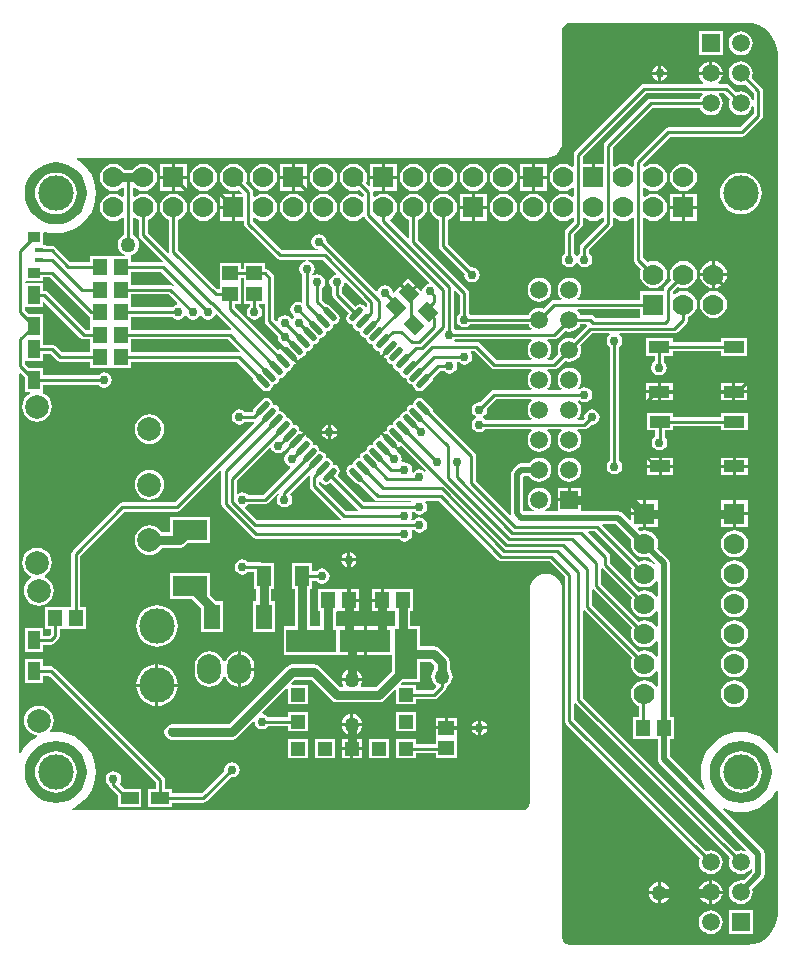
<source format=gtl>
G04 Layer_Physical_Order=1*
G04 Layer_Color=255*
%FSLAX25Y25*%
%MOIN*%
G70*
G01*
G75*
%ADD10R,0.04528X0.05315*%
%ADD11R,0.03937X0.05906*%
%ADD12R,0.11614X0.06614*%
%ADD13R,0.03937X0.03543*%
%ADD14R,0.03150X0.01575*%
G04:AMPARAMS|DCode=15|XSize=55.12mil|YSize=45.28mil|CornerRadius=0mil|HoleSize=0mil|Usage=FLASHONLY|Rotation=315.000|XOffset=0mil|YOffset=0mil|HoleType=Round|Shape=Rectangle|*
%AMROTATEDRECTD15*
4,1,4,-0.03550,0.00348,-0.00348,0.03550,0.03550,-0.00348,0.00348,-0.03550,-0.03550,0.00348,0.0*
%
%ADD15ROTATEDRECTD15*%

%ADD16R,0.05906X0.03937*%
%ADD17R,0.07500X0.16500*%
%ADD18R,0.04500X0.04500*%
%ADD19R,0.16500X0.07500*%
%ADD20R,0.04528X0.06890*%
%ADD21R,0.05512X0.08268*%
%ADD22R,0.04528X0.05512*%
%ADD23R,0.06693X0.03937*%
G04:AMPARAMS|DCode=24|XSize=21.65mil|YSize=57.09mil|CornerRadius=0mil|HoleSize=0mil|Usage=FLASHONLY|Rotation=225.000|XOffset=0mil|YOffset=0mil|HoleType=Round|Shape=Round|*
%AMOVALD24*
21,1,0.03543,0.02165,0.00000,0.00000,315.0*
1,1,0.02165,-0.01253,0.01253*
1,1,0.02165,0.01253,-0.01253*
%
%ADD24OVALD24*%

G04:AMPARAMS|DCode=25|XSize=21.65mil|YSize=57.09mil|CornerRadius=0mil|HoleSize=0mil|Usage=FLASHONLY|Rotation=315.000|XOffset=0mil|YOffset=0mil|HoleType=Round|Shape=Round|*
%AMOVALD25*
21,1,0.03543,0.02165,0.00000,0.00000,45.0*
1,1,0.02165,-0.01253,-0.01253*
1,1,0.02165,0.01253,0.01253*
%
%ADD25OVALD25*%

%ADD26R,0.05315X0.04528*%
%ADD27C,0.03000*%
%ADD28C,0.01000*%
%ADD29C,0.02000*%
%ADD30O,0.07874X0.09843*%
%ADD31R,0.05906X0.05906*%
%ADD32C,0.05906*%
%ADD33C,0.11811*%
%ADD34C,0.07874*%
%ADD35C,0.07000*%
%ADD36R,0.07000X0.07000*%
%ADD37R,0.07000X0.07000*%
%ADD38C,0.03000*%
%ADD39C,0.05000*%
G36*
X172378Y157971D02*
X172181Y157819D01*
X171547Y156993D01*
X171149Y156032D01*
X171013Y155000D01*
X171149Y153968D01*
X171547Y153007D01*
X172181Y152181D01*
X172378Y152029D01*
X172208Y151529D01*
X160634D01*
X155081Y157081D01*
X154585Y157413D01*
X154000Y157529D01*
X146702D01*
X146551Y158029D01*
X146802Y158198D01*
X146985Y158471D01*
X172208D01*
X172378Y157971D01*
D02*
G37*
G36*
Y137971D02*
X172181Y137819D01*
X171547Y136993D01*
X171149Y136032D01*
X171013Y135000D01*
X171149Y133968D01*
X171547Y133007D01*
X172181Y132181D01*
X172378Y132029D01*
X172208Y131529D01*
X156985D01*
X156802Y131802D01*
X156184Y132216D01*
Y132784D01*
X156802Y133198D01*
X157355Y134025D01*
X157549Y135000D01*
X157485Y135322D01*
X160634Y138471D01*
X172208D01*
X172378Y137971D01*
D02*
G37*
G36*
X205922Y52151D02*
X205616Y51411D01*
X205461Y50236D01*
X205616Y49062D01*
X206069Y47967D01*
X206791Y47027D01*
X207731Y46306D01*
X208825Y45852D01*
X210000Y45697D01*
X211175Y45852D01*
X212269Y46306D01*
X213209Y47027D01*
X213906Y47934D01*
X213959Y47936D01*
X214406Y47664D01*
Y42809D01*
X213959Y42536D01*
X213906Y42538D01*
X213209Y43446D01*
X212269Y44167D01*
X211175Y44620D01*
X210000Y44775D01*
X208825Y44620D01*
X207731Y44167D01*
X206791Y43446D01*
X206069Y42506D01*
X205616Y41411D01*
X205461Y40236D01*
X205616Y39061D01*
X206069Y37967D01*
X206791Y37027D01*
X207731Y36305D01*
X208026Y36183D01*
Y32658D01*
X206291D01*
Y25343D01*
X212819D01*
Y25343D01*
X213181D01*
Y25343D01*
X214406D01*
Y18555D01*
X214561Y17775D01*
X215003Y17113D01*
X243829Y-11712D01*
X243545Y-12136D01*
X243158Y-11976D01*
X242126Y-11840D01*
X241094Y-11976D01*
X240630Y-12168D01*
X189529Y38933D01*
Y67859D01*
X189592Y67907D01*
X190029Y68044D01*
X205922Y52151D01*
D02*
G37*
G36*
X15792Y24292D02*
X17728Y23705D01*
X19512Y22752D01*
X21075Y21469D01*
X22358Y19905D01*
X23311Y18122D01*
X23899Y16186D01*
X24097Y14173D01*
X23899Y12160D01*
X23311Y10225D01*
X22358Y8441D01*
X21075Y6878D01*
X19512Y5595D01*
X17728Y4641D01*
X15792Y4054D01*
X13780Y3856D01*
X11767Y4054D01*
X9831Y4641D01*
X8048Y5595D01*
X6484Y6878D01*
X5201Y8441D01*
X4248Y10225D01*
X3661Y12160D01*
X3462Y14173D01*
X3661Y16186D01*
X4248Y18122D01*
X5201Y19905D01*
X6484Y21469D01*
X8048Y22752D01*
X9831Y23705D01*
X11767Y24292D01*
X13780Y24490D01*
X15792Y24292D01*
D02*
G37*
G36*
X244139D02*
X246074Y23705D01*
X247858Y22752D01*
X249421Y21469D01*
X250705Y19905D01*
X251658Y18122D01*
X252245Y16186D01*
X252443Y14173D01*
X252245Y12160D01*
X251658Y10225D01*
X250705Y8441D01*
X249421Y6878D01*
X247858Y5595D01*
X246074Y4641D01*
X244139Y4054D01*
X242126Y3856D01*
X240113Y4054D01*
X238178Y4641D01*
X236394Y5595D01*
X234831Y6878D01*
X233547Y8441D01*
X232594Y10225D01*
X232007Y12160D01*
X231809Y14173D01*
X232007Y16186D01*
X232594Y18122D01*
X233547Y19905D01*
X234831Y21469D01*
X236394Y22752D01*
X238178Y23705D01*
X240113Y24292D01*
X242126Y24490D01*
X244139Y24292D01*
D02*
G37*
G36*
X75044Y154477D02*
X74797Y154016D01*
X74729Y154029D01*
X38709D01*
Y156158D01*
X38709D01*
Y156342D01*
X38709D01*
Y158471D01*
X71050D01*
X75044Y154477D01*
D02*
G37*
G36*
X205711Y91641D02*
X205616Y91411D01*
X205461Y90236D01*
X205616Y89061D01*
X206069Y87967D01*
X206791Y87027D01*
X207731Y86305D01*
X208825Y85852D01*
X210000Y85697D01*
X211175Y85852D01*
X211405Y85947D01*
X213498Y83855D01*
X213167Y83478D01*
X212269Y84167D01*
X211175Y84620D01*
X210000Y84775D01*
X208825Y84620D01*
X208085Y84314D01*
X195900Y96499D01*
X196092Y96961D01*
X200392D01*
X205711Y91641D01*
D02*
G37*
G36*
X208500Y165529D02*
X193633D01*
X193081Y166081D01*
X192585Y166413D01*
X192000Y166529D01*
X188645D01*
X188453Y166993D01*
X187819Y167819D01*
X187622Y167971D01*
X187792Y168471D01*
X208500D01*
Y165529D01*
D02*
G37*
G36*
X72129Y161950D02*
X71883Y161490D01*
X71683Y161529D01*
X38709D01*
Y163657D01*
X38709D01*
Y163842D01*
X38709D01*
Y165971D01*
X52515D01*
X52698Y165698D01*
X53525Y165145D01*
X54500Y164951D01*
X55475Y165145D01*
X56302Y165698D01*
X56716Y166316D01*
X57284D01*
X57698Y165698D01*
X58525Y165145D01*
X59500Y164951D01*
X60475Y165145D01*
X61302Y165698D01*
X61716Y166316D01*
X62284D01*
X62698Y165698D01*
X63525Y165145D01*
X64500Y164951D01*
X65475Y165145D01*
X66302Y165698D01*
X66855Y166525D01*
X66868Y166588D01*
X67346Y166734D01*
X72129Y161950D01*
D02*
G37*
G36*
X148471Y173195D02*
Y166985D01*
X148198Y166802D01*
X147645Y165975D01*
X147451Y165000D01*
X147645Y164024D01*
X148198Y163198D01*
X149024Y162645D01*
X150000Y162451D01*
X150976Y162645D01*
X151802Y163198D01*
X151985Y163471D01*
X171355D01*
X171547Y163007D01*
X172181Y162181D01*
X172378Y162029D01*
X172208Y161529D01*
X146985D01*
X146802Y161802D01*
X146529Y161985D01*
Y174483D01*
X146991Y174674D01*
X148471Y173195D01*
D02*
G37*
G36*
X117471Y170367D02*
Y169239D01*
X116971Y169087D01*
X116709Y169480D01*
X116020Y169940D01*
X115207Y170101D01*
X114394Y169940D01*
X113705Y169480D01*
X113534Y169308D01*
X109029Y173813D01*
Y175515D01*
X109302Y175698D01*
X109855Y176524D01*
X109979Y177150D01*
X110522Y177315D01*
X117471Y170367D01*
D02*
G37*
G36*
X54315Y170522D02*
X54150Y169980D01*
X53525Y169855D01*
X52698Y169302D01*
X52515Y169029D01*
X38709D01*
Y171158D01*
X38709D01*
Y171343D01*
X38709D01*
Y173471D01*
X51367D01*
X54315Y170522D01*
D02*
G37*
G36*
X24419Y166419D02*
X24915Y166087D01*
X25291Y166012D01*
Y164157D01*
X25291Y163842D01*
X25291Y163342D01*
Y161529D01*
X23689D01*
X11018Y174199D01*
X10522Y174531D01*
X9937Y174647D01*
X9469D01*
Y177071D01*
X3873Y177071D01*
X3653Y177447D01*
X3873Y177823D01*
X9469D01*
Y179065D01*
X11772D01*
X24419Y166419D01*
D02*
G37*
G36*
X40731Y198463D02*
X41471Y198156D01*
Y193137D01*
X41587Y192552D01*
X41919Y192056D01*
X49445Y184529D01*
X49238Y184029D01*
X38709D01*
Y186158D01*
X38709D01*
X38882Y186586D01*
X38914Y186590D01*
X39765Y186943D01*
X40496Y187504D01*
X41057Y188235D01*
X41410Y189086D01*
X41530Y190000D01*
X41410Y190914D01*
X41057Y191765D01*
X40496Y192496D01*
X39765Y193057D01*
X39529Y193155D01*
Y198754D01*
X40029Y199001D01*
X40731Y198463D01*
D02*
G37*
G36*
X98484Y112752D02*
X98471Y112683D01*
Y109500D01*
X98587Y108915D01*
X98919Y108419D01*
X108808Y98529D01*
X108671Y98092D01*
X108623Y98029D01*
X80891D01*
X76766Y102154D01*
X76911Y102632D01*
X76976Y102645D01*
X77802Y103198D01*
X77985Y103471D01*
X83408D01*
X83994Y103587D01*
X84490Y103919D01*
X87677Y107106D01*
X88191Y106912D01*
X88198Y106803D01*
X88192Y106795D01*
X87645Y105975D01*
X87451Y105000D01*
X87645Y104025D01*
X88198Y103198D01*
X89025Y102645D01*
X90000Y102451D01*
X90975Y102645D01*
X91802Y103198D01*
X92355Y104025D01*
X92549Y105000D01*
X92355Y105975D01*
X91813Y106787D01*
X98023Y112998D01*
X98484Y112752D01*
D02*
G37*
G36*
X246111Y263735D02*
X248046Y263148D01*
X249828Y262195D01*
X251391Y260913D01*
X252673Y259350D01*
X253626Y257568D01*
X254213Y255633D01*
X254399Y253738D01*
X254376Y253622D01*
Y20628D01*
X253876Y20487D01*
X252933Y22025D01*
X251572Y23619D01*
X249978Y24981D01*
X248191Y26076D01*
X246254Y26878D01*
X244216Y27367D01*
X242126Y27532D01*
X240036Y27367D01*
X237998Y26878D01*
X236061Y26076D01*
X234274Y24981D01*
X232680Y23619D01*
X231318Y22025D01*
X230223Y20238D01*
X229421Y18301D01*
X228932Y16263D01*
X228767Y14173D01*
X228932Y12083D01*
X229421Y10045D01*
X230040Y8551D01*
X229616Y8268D01*
X218484Y19400D01*
Y25343D01*
X219709D01*
Y32658D01*
X218484D01*
Y83791D01*
X218484Y83791D01*
X218329Y84572D01*
X217887Y85233D01*
X214289Y88831D01*
X214384Y89061D01*
X214539Y90236D01*
X214384Y91411D01*
X213931Y92506D01*
X213209Y93446D01*
X212269Y94167D01*
X211175Y94620D01*
X210000Y94775D01*
X208825Y94620D01*
X208595Y94525D01*
X207846Y95274D01*
X208037Y95736D01*
X209500D01*
Y99736D01*
X205500D01*
Y98273D01*
X205038Y98082D01*
X202678Y100442D01*
X202017Y100884D01*
X201236Y101039D01*
X189449D01*
X188953Y101047D01*
X188953Y101539D01*
Y104500D01*
X185000D01*
X181047D01*
X181047Y101047D01*
X180551Y101039D01*
X177073D01*
X176974Y101539D01*
X176993Y101547D01*
X177819Y102181D01*
X178453Y103007D01*
X178851Y103968D01*
X178987Y105000D01*
X178851Y106032D01*
X178453Y106993D01*
X177819Y107819D01*
X176993Y108453D01*
X176032Y108851D01*
X175000Y108987D01*
X173968Y108851D01*
X173007Y108453D01*
X172181Y107819D01*
X171547Y106993D01*
X171149Y106032D01*
X171013Y105000D01*
X171149Y103968D01*
X171547Y103007D01*
X172181Y102181D01*
X173007Y101547D01*
X173026Y101539D01*
X172927Y101039D01*
X169845D01*
X169539Y101345D01*
Y112655D01*
X169845Y112961D01*
X171582D01*
X172181Y112181D01*
X173007Y111547D01*
X173968Y111149D01*
X175000Y111013D01*
X176032Y111149D01*
X176993Y111547D01*
X177819Y112181D01*
X178453Y113007D01*
X178851Y113968D01*
X178987Y115000D01*
X178851Y116032D01*
X178453Y116993D01*
X177819Y117819D01*
X176993Y118453D01*
X176032Y118851D01*
X175000Y118987D01*
X173968Y118851D01*
X173007Y118453D01*
X172181Y117819D01*
X171582Y117039D01*
X169000D01*
X168220Y116884D01*
X167558Y116442D01*
X166058Y114942D01*
X165616Y114280D01*
X165461Y113500D01*
Y100500D01*
X165526Y100172D01*
X165065Y99926D01*
X153858Y111134D01*
Y119443D01*
X153741Y120028D01*
X153410Y120524D01*
X139592Y134342D01*
X139440Y135106D01*
X138980Y135795D01*
X136474Y138300D01*
X135785Y138760D01*
X134973Y138922D01*
X134160Y138760D01*
X133471Y138300D01*
X133011Y137611D01*
X132923Y137169D01*
X132774Y136770D01*
X132375Y136621D01*
X131933Y136533D01*
X131244Y136073D01*
X130784Y135384D01*
X130696Y134942D01*
X130546Y134543D01*
X130148Y134394D01*
X129706Y134306D01*
X129017Y133846D01*
X128557Y133157D01*
X128469Y132715D01*
X128319Y132316D01*
X127920Y132167D01*
X127479Y132079D01*
X126790Y131619D01*
X126329Y130930D01*
X126242Y130488D01*
X126092Y130089D01*
X125693Y129940D01*
X125251Y129852D01*
X124563Y129392D01*
X124102Y128703D01*
X124014Y128261D01*
X123865Y127862D01*
X123466Y127713D01*
X123024Y127625D01*
X122759Y127448D01*
X125443Y124764D01*
X128127Y122080D01*
X128304Y122345D01*
X128376Y122708D01*
X128919Y122872D01*
X137059Y114732D01*
X136740Y114344D01*
X135976Y114855D01*
X135000Y115049D01*
X134025Y114855D01*
X133198Y114302D01*
X132926Y113895D01*
X132827Y113900D01*
X132434Y114420D01*
X132549Y115000D01*
X132355Y115975D01*
X131802Y116802D01*
X130975Y117355D01*
X130000Y117549D01*
X129391Y117428D01*
X128966Y117853D01*
X129095Y118500D01*
X128901Y119475D01*
X128348Y120302D01*
X127521Y120855D01*
X127439Y121354D01*
X124736Y124057D01*
X122052Y126741D01*
X121875Y126476D01*
X121787Y126034D01*
X121638Y125635D01*
X121239Y125486D01*
X120797Y125398D01*
X120108Y124937D01*
X119648Y124249D01*
X119560Y123807D01*
X119411Y123408D01*
X119012Y123258D01*
X118570Y123171D01*
X117881Y122710D01*
X117421Y122021D01*
X117333Y121580D01*
X117184Y121181D01*
X116785Y121031D01*
X116343Y120943D01*
X115654Y120483D01*
X115194Y119794D01*
X115106Y119352D01*
X114957Y118954D01*
X114558Y118804D01*
X114116Y118716D01*
X113427Y118256D01*
X112967Y117567D01*
X112879Y117125D01*
X112730Y116726D01*
X112331Y116577D01*
X111889Y116489D01*
X111200Y116029D01*
X110740Y115340D01*
X110578Y114527D01*
X110740Y113715D01*
X111200Y113026D01*
X113705Y110520D01*
X114394Y110060D01*
X115158Y109908D01*
X120062Y105004D01*
X120558Y104673D01*
X121143Y104556D01*
X132214D01*
X132497Y104056D01*
X132481Y104029D01*
X116454D01*
X107629Y112855D01*
X107800Y113026D01*
X108260Y113715D01*
X108422Y114527D01*
X108260Y115340D01*
X107800Y116029D01*
X107111Y116489D01*
X106669Y116577D01*
X106270Y116726D01*
X106121Y117125D01*
X106033Y117567D01*
X105573Y118256D01*
X104884Y118716D01*
X104442Y118804D01*
X104043Y118954D01*
X103894Y119352D01*
X103806Y119794D01*
X103346Y120483D01*
X102657Y120943D01*
X102215Y121031D01*
X101816Y121181D01*
X101667Y121580D01*
X101579Y122021D01*
X101119Y122710D01*
X100430Y123171D01*
X99988Y123258D01*
X99589Y123408D01*
X99440Y123807D01*
X99352Y124249D01*
X98892Y124937D01*
X98203Y125398D01*
X97761Y125486D01*
X97362Y125635D01*
X97213Y126034D01*
X97125Y126476D01*
X96948Y126741D01*
X94264Y124057D01*
X91561Y121354D01*
X91479Y120855D01*
X90652Y120302D01*
X90099Y119475D01*
X89905Y118500D01*
X90099Y117525D01*
X90652Y116698D01*
X91479Y116145D01*
X91719Y116097D01*
X91864Y115619D01*
X82775Y106529D01*
X77985D01*
X77802Y106802D01*
X76976Y107355D01*
X76000Y107549D01*
X75024Y107355D01*
X74529Y107024D01*
X74029Y107291D01*
Y111275D01*
X85119Y122364D01*
X85597Y122219D01*
X85645Y121979D01*
X86198Y121152D01*
X87024Y120599D01*
X88000Y120405D01*
X88976Y120599D01*
X89802Y121152D01*
X90355Y121979D01*
X90854Y122061D01*
X93557Y124764D01*
X96241Y127448D01*
X95976Y127625D01*
X95534Y127713D01*
X95135Y127862D01*
X94986Y128261D01*
X94898Y128703D01*
X94437Y129392D01*
X93748Y129852D01*
X93307Y129940D01*
X92908Y130089D01*
X92759Y130488D01*
X92671Y130930D01*
X92210Y131619D01*
X91521Y132079D01*
X91080Y132167D01*
X90681Y132316D01*
X90531Y132715D01*
X90443Y133157D01*
X89983Y133846D01*
X89294Y134306D01*
X88853Y134394D01*
X88454Y134543D01*
X88304Y134942D01*
X88216Y135384D01*
X87756Y136073D01*
X87067Y136533D01*
X86625Y136621D01*
X86226Y136770D01*
X86077Y137169D01*
X85989Y137611D01*
X85529Y138300D01*
X84840Y138760D01*
X84027Y138922D01*
X83215Y138760D01*
X82526Y138300D01*
X80020Y135795D01*
X79560Y135106D01*
X79408Y134342D01*
X79095Y134029D01*
X76985D01*
X76802Y134302D01*
X75976Y134855D01*
X75000Y135049D01*
X74024Y134855D01*
X73198Y134302D01*
X72645Y133475D01*
X72451Y132500D01*
X72645Y131525D01*
X73198Y130698D01*
X74024Y130145D01*
X75000Y129951D01*
X75976Y130145D01*
X76802Y130698D01*
X76985Y130971D01*
X79729D01*
X79797Y130984D01*
X80044Y130523D01*
X53550Y104029D01*
X36000D01*
X35415Y103913D01*
X34919Y103581D01*
X19363Y88026D01*
X19032Y87530D01*
X18915Y86945D01*
Y69157D01*
X17319D01*
X17181Y69157D01*
X16819D01*
X16681Y69157D01*
X10291D01*
Y61843D01*
X12026D01*
Y60189D01*
X11485Y59648D01*
X9469D01*
Y62071D01*
X3531D01*
Y54165D01*
X9469D01*
Y56589D01*
X12118D01*
X12703Y56705D01*
X13200Y57037D01*
X14637Y58474D01*
X14968Y58970D01*
X15085Y59555D01*
Y61843D01*
X16681D01*
X16819Y61843D01*
X17181D01*
X17319Y61843D01*
X23709D01*
Y69157D01*
X21974D01*
Y86311D01*
X36634Y100971D01*
X54183D01*
X54768Y101087D01*
X55265Y101419D01*
X68523Y114677D01*
X68984Y114431D01*
X68971Y114363D01*
Y103429D01*
X69087Y102844D01*
X69419Y102348D01*
X79347Y92419D01*
X79844Y92087D01*
X80429Y91971D01*
X128015D01*
X128198Y91698D01*
X129025Y91145D01*
X130000Y90951D01*
X130975Y91145D01*
X131802Y91698D01*
X132355Y92524D01*
X132549Y93500D01*
X132355Y94476D01*
X132319Y94530D01*
X132547Y94957D01*
X133018Y94966D01*
X133198Y94698D01*
X134025Y94145D01*
X135000Y93951D01*
X135976Y94145D01*
X136802Y94698D01*
X137355Y95525D01*
X137549Y96500D01*
X137355Y97475D01*
X136802Y98302D01*
X135976Y98855D01*
X135000Y99049D01*
X134025Y98855D01*
X133198Y98302D01*
X133018Y98034D01*
X132547Y98043D01*
X132319Y98470D01*
X132355Y98524D01*
X132549Y99500D01*
X132355Y100476D01*
X132319Y100530D01*
X132547Y100957D01*
X133018Y100966D01*
X133198Y100698D01*
X134025Y100145D01*
X135000Y99951D01*
X135976Y100145D01*
X136802Y100698D01*
X137355Y101524D01*
X137549Y102500D01*
X137355Y103475D01*
X136967Y104056D01*
X137234Y104556D01*
X141578D01*
X161216Y84919D01*
X161712Y84587D01*
X162297Y84471D01*
X178366D01*
X183471Y79366D01*
Y31299D01*
X183587Y30714D01*
X183919Y30218D01*
X228467Y-14331D01*
X228275Y-14795D01*
X228139Y-15827D01*
X228275Y-16859D01*
X228673Y-17820D01*
X229307Y-18646D01*
X230133Y-19279D01*
X231094Y-19678D01*
X232126Y-19814D01*
X233158Y-19678D01*
X234119Y-19279D01*
X234945Y-18646D01*
X235579Y-17820D01*
X235977Y-16859D01*
X236113Y-15827D01*
X235977Y-14795D01*
X235579Y-13833D01*
X234945Y-13008D01*
X234119Y-12374D01*
X233158Y-11976D01*
X232126Y-11840D01*
X231094Y-11976D01*
X230630Y-12168D01*
X186529Y31933D01*
Y36922D01*
X186592Y36970D01*
X187029Y37107D01*
X238467Y-14331D01*
X238275Y-14795D01*
X238139Y-15827D01*
X238275Y-16859D01*
X238673Y-17820D01*
X239307Y-18646D01*
X240132Y-19279D01*
X241094Y-19678D01*
X242126Y-19814D01*
X243158Y-19678D01*
X244119Y-19279D01*
X244945Y-18646D01*
X245461Y-17974D01*
X245961Y-18144D01*
Y-19108D01*
X243101Y-21968D01*
X242126Y-21840D01*
X241094Y-21976D01*
X240132Y-22374D01*
X239307Y-23008D01*
X238673Y-23833D01*
X238275Y-24795D01*
X238139Y-25827D01*
X238275Y-26859D01*
X238673Y-27820D01*
X239307Y-28646D01*
X240132Y-29280D01*
X241094Y-29678D01*
X242126Y-29814D01*
X243158Y-29678D01*
X244119Y-29280D01*
X244945Y-28646D01*
X245579Y-27820D01*
X245977Y-26859D01*
X246113Y-25827D01*
X245985Y-24852D01*
X249442Y-21395D01*
X249884Y-20733D01*
X250039Y-19953D01*
Y-13000D01*
X249884Y-12220D01*
X249442Y-11558D01*
X236221Y1663D01*
X236504Y2087D01*
X237998Y1468D01*
X240036Y979D01*
X242126Y814D01*
X244216Y979D01*
X246254Y1468D01*
X248191Y2270D01*
X249978Y3366D01*
X251572Y4727D01*
X252933Y6321D01*
X253876Y7859D01*
X254376Y7718D01*
Y-33150D01*
X254396Y-33247D01*
X254207Y-35161D01*
X253620Y-37095D01*
X252667Y-38878D01*
X251385Y-40440D01*
X249823Y-41723D01*
X248040Y-42675D01*
X246106Y-43262D01*
X244192Y-43451D01*
X244094Y-43431D01*
X185039D01*
X184974Y-43444D01*
X184108Y-43272D01*
X183318Y-42745D01*
X182791Y-41955D01*
X182619Y-41089D01*
X182632Y-41024D01*
Y74803D01*
X182649D01*
X182462Y76222D01*
X181915Y77545D01*
X181043Y78681D01*
X179907Y79552D01*
X178585Y80100D01*
X177165Y80287D01*
X175746Y80100D01*
X174423Y79552D01*
X173288Y78681D01*
X172416Y77545D01*
X171868Y76222D01*
X171681Y74803D01*
X171699D01*
Y3937D01*
X171712Y3871D01*
X171540Y3006D01*
X171012Y2216D01*
X170223Y1688D01*
X169357Y1516D01*
X169291Y1529D01*
X19337D01*
X19239Y2020D01*
X19844Y2270D01*
X21632Y3366D01*
X23226Y4727D01*
X24587Y6321D01*
X25682Y8108D01*
X26485Y10045D01*
X26974Y12083D01*
X27138Y14173D01*
X26974Y16263D01*
X26485Y18301D01*
X25682Y20238D01*
X24587Y22025D01*
X23226Y23619D01*
X21632Y24981D01*
X19844Y26076D01*
X17908Y26878D01*
X15869Y27367D01*
X13780Y27532D01*
X11897Y27384D01*
X11724Y27694D01*
X11684Y27869D01*
X12442Y28857D01*
X12940Y30058D01*
X13110Y31346D01*
X12940Y32635D01*
X12442Y33836D01*
X11651Y34868D01*
X10620Y35659D01*
X9419Y36156D01*
X8130Y36326D01*
X6841Y36156D01*
X5640Y35659D01*
X4609Y34868D01*
X3818Y33836D01*
X3320Y32635D01*
X3150Y31346D01*
X3320Y30058D01*
X3818Y28857D01*
X4609Y27825D01*
X5640Y27034D01*
X6841Y26537D01*
X7391Y26464D01*
X7502Y25945D01*
X5927Y24981D01*
X4333Y23619D01*
X2972Y22025D01*
X2029Y20487D01*
X1529Y20628D01*
Y146983D01*
X2029Y147190D01*
X3531Y145687D01*
Y140929D01*
X5192D01*
X5292Y140429D01*
X5010Y140313D01*
X3979Y139521D01*
X3187Y138490D01*
X2690Y137289D01*
X2520Y136000D01*
X2690Y134711D01*
X3187Y133510D01*
X3979Y132479D01*
X5010Y131687D01*
X6211Y131190D01*
X7500Y131020D01*
X8789Y131190D01*
X9990Y131687D01*
X11021Y132479D01*
X11812Y133510D01*
X12310Y134711D01*
X12480Y136000D01*
X12310Y137289D01*
X11812Y138490D01*
X11021Y139521D01*
X9990Y140313D01*
X9618Y140466D01*
X9469Y140929D01*
X9469Y140929D01*
X9469Y140929D01*
Y143352D01*
X27897D01*
X28080Y143079D01*
X28906Y142527D01*
X29882Y142333D01*
X30857Y142527D01*
X31684Y143079D01*
X32237Y143906D01*
X32431Y144882D01*
X32237Y145857D01*
X31684Y146684D01*
X30857Y147237D01*
X29882Y147431D01*
X28906Y147237D01*
X28080Y146684D01*
X27897Y146411D01*
X9469D01*
Y148835D01*
X4710D01*
X3529Y150015D01*
Y150666D01*
X3531Y151165D01*
X9469D01*
Y153589D01*
X11867D01*
X14037Y151419D01*
X14533Y151087D01*
X15118Y150971D01*
X25291D01*
Y148843D01*
X31681D01*
X31819Y148843D01*
X32181D01*
X32319Y148843D01*
X38709D01*
Y150971D01*
X74095D01*
X79408Y145658D01*
X79560Y144894D01*
X80020Y144205D01*
X82526Y141700D01*
X83215Y141240D01*
X84027Y141078D01*
X84840Y141240D01*
X85529Y141700D01*
X85989Y142389D01*
X86077Y142831D01*
X86226Y143230D01*
X86625Y143379D01*
X87067Y143467D01*
X87756Y143927D01*
X88216Y144616D01*
X88304Y145058D01*
X88454Y145457D01*
X88853Y145606D01*
X89294Y145694D01*
X89983Y146154D01*
X90443Y146843D01*
X90531Y147285D01*
X90681Y147684D01*
X91080Y147833D01*
X91521Y147921D01*
X92210Y148381D01*
X92671Y149070D01*
X92759Y149512D01*
X92908Y149911D01*
X93307Y150060D01*
X93748Y150148D01*
X94014Y150325D01*
X91330Y153009D01*
X88646Y155693D01*
X88469Y155428D01*
X88396Y155065D01*
X87854Y154901D01*
X73529Y169225D01*
Y170291D01*
X75657D01*
Y176819D01*
X75657D01*
Y177181D01*
X75657D01*
Y178916D01*
X76342D01*
Y177181D01*
X76342D01*
Y176819D01*
X76342D01*
Y170291D01*
X78471D01*
Y169485D01*
X78198Y169302D01*
X77645Y168475D01*
X77451Y167500D01*
X77645Y166525D01*
X78198Y165698D01*
X79024Y165145D01*
X80000Y164951D01*
X80976Y165145D01*
X81802Y165698D01*
X82355Y166525D01*
X82549Y167500D01*
X82355Y168475D01*
X81802Y169302D01*
X81529Y169485D01*
Y170291D01*
X83471D01*
Y164500D01*
X83587Y163915D01*
X83919Y163419D01*
X87742Y159595D01*
X87678Y159273D01*
X87872Y158297D01*
X88425Y157471D01*
X89252Y156918D01*
X89334Y156419D01*
X92037Y153716D01*
X94721Y151032D01*
X94898Y151297D01*
X94986Y151739D01*
X95135Y152138D01*
X95534Y152287D01*
X95976Y152375D01*
X96665Y152836D01*
X97125Y153524D01*
X97213Y153966D01*
X97362Y154365D01*
X97761Y154514D01*
X98203Y154602D01*
X98892Y155063D01*
X99352Y155752D01*
X99440Y156193D01*
X99589Y156592D01*
X99988Y156741D01*
X100430Y156829D01*
X101119Y157290D01*
X101579Y157979D01*
X101667Y158420D01*
X101816Y158819D01*
X102215Y158969D01*
X102657Y159056D01*
X103346Y159517D01*
X103806Y160206D01*
X103894Y160647D01*
X104043Y161047D01*
X104442Y161196D01*
X104884Y161284D01*
X105573Y161744D01*
X106033Y162433D01*
X106121Y162875D01*
X106270Y163274D01*
X106669Y163423D01*
X107111Y163511D01*
X107800Y163971D01*
X108260Y164660D01*
X108422Y165472D01*
X108260Y166285D01*
X107800Y166974D01*
X105295Y169480D01*
X104606Y169940D01*
X103842Y170092D01*
X102529Y171405D01*
Y175515D01*
X102802Y175698D01*
X103355Y176524D01*
X103549Y177500D01*
X103355Y178475D01*
X102802Y179302D01*
X101976Y179855D01*
X101000Y180049D01*
X100024Y179855D01*
X99837Y179730D01*
X99318Y179984D01*
X99303Y180196D01*
X99310Y180209D01*
X99855Y181025D01*
X100049Y182000D01*
X99855Y182975D01*
X99302Y183802D01*
X98475Y184355D01*
X97894Y184471D01*
X97943Y184971D01*
X102866D01*
X107315Y180522D01*
X107150Y179980D01*
X106525Y179855D01*
X105698Y179302D01*
X105145Y178475D01*
X104951Y177500D01*
X105145Y176524D01*
X105698Y175698D01*
X105971Y175515D01*
Y173179D01*
X106087Y172594D01*
X106419Y172098D01*
X111371Y167145D01*
X111200Y166974D01*
X110740Y166285D01*
X110578Y165472D01*
X110740Y164660D01*
X111200Y163971D01*
X111889Y163511D01*
X112331Y163423D01*
X112730Y163274D01*
X112879Y162875D01*
X112967Y162433D01*
X113427Y161744D01*
X114116Y161284D01*
X114558Y161196D01*
X114957Y161047D01*
X115106Y160647D01*
X115194Y160206D01*
X115654Y159517D01*
X116343Y159056D01*
X116785Y158969D01*
X117184Y158819D01*
X117333Y158420D01*
X117421Y157979D01*
X117881Y157290D01*
X118570Y156829D01*
X119012Y156741D01*
X119411Y156592D01*
X119560Y156193D01*
X119648Y155752D01*
X120108Y155063D01*
X120797Y154602D01*
X121239Y154514D01*
X121638Y154365D01*
X121787Y153966D01*
X121875Y153524D01*
X122052Y153259D01*
X124736Y155943D01*
X125443Y155236D01*
X122759Y152552D01*
X123024Y152375D01*
X123466Y152287D01*
X123865Y152138D01*
X124014Y151739D01*
X124102Y151297D01*
X124563Y150608D01*
X125251Y150148D01*
X125693Y150060D01*
X126092Y149911D01*
X126242Y149512D01*
X126329Y149070D01*
X126790Y148381D01*
X127479Y147921D01*
X127920Y147833D01*
X128319Y147684D01*
X128469Y147285D01*
X128557Y146843D01*
X129017Y146154D01*
X129706Y145694D01*
X130148Y145606D01*
X130546Y145457D01*
X130696Y145058D01*
X130784Y144616D01*
X131244Y143927D01*
X131933Y143467D01*
X132375Y143379D01*
X132774Y143230D01*
X132923Y142831D01*
X133011Y142389D01*
X133471Y141700D01*
X134160Y141240D01*
X134973Y141078D01*
X135785Y141240D01*
X136474Y141700D01*
X138980Y144205D01*
X139440Y144894D01*
X139592Y145658D01*
X141905Y147971D01*
X143015D01*
X143198Y147698D01*
X144025Y147145D01*
X145000Y146951D01*
X145975Y147145D01*
X146802Y147698D01*
X147355Y148524D01*
X147549Y149500D01*
X147355Y150476D01*
X147319Y150530D01*
X147547Y150957D01*
X148018Y150966D01*
X148198Y150698D01*
X149024Y150145D01*
X150000Y149951D01*
X150976Y150145D01*
X151802Y150698D01*
X152355Y151524D01*
X152549Y152500D01*
X152355Y153475D01*
X152024Y153971D01*
X152291Y154471D01*
X153366D01*
X158919Y148919D01*
X159415Y148587D01*
X160000Y148471D01*
X172208D01*
X172378Y147971D01*
X172181Y147819D01*
X171547Y146993D01*
X171149Y146032D01*
X171013Y145000D01*
X171149Y143968D01*
X171547Y143007D01*
X172181Y142181D01*
X172378Y142029D01*
X172208Y141529D01*
X160000D01*
X159415Y141413D01*
X158919Y141081D01*
X155322Y137485D01*
X155000Y137549D01*
X154025Y137355D01*
X153198Y136802D01*
X152645Y135976D01*
X152451Y135000D01*
X152645Y134025D01*
X153198Y133198D01*
X153816Y132784D01*
Y132216D01*
X153198Y131802D01*
X152645Y130975D01*
X152451Y130000D01*
X152645Y129025D01*
X153198Y128198D01*
X154025Y127645D01*
X155000Y127451D01*
X155975Y127645D01*
X156802Y128198D01*
X156985Y128471D01*
X172208D01*
X172378Y127971D01*
X172181Y127819D01*
X171547Y126993D01*
X171149Y126032D01*
X171013Y125000D01*
X171149Y123968D01*
X171547Y123007D01*
X172181Y122181D01*
X173007Y121547D01*
X173968Y121149D01*
X175000Y121013D01*
X176032Y121149D01*
X176993Y121547D01*
X177819Y122181D01*
X178453Y123007D01*
X178851Y123968D01*
X178987Y125000D01*
X178851Y126032D01*
X178453Y126993D01*
X177819Y127819D01*
X177622Y127971D01*
X177792Y128471D01*
X182209D01*
X182378Y127971D01*
X182181Y127819D01*
X181547Y126993D01*
X181149Y126032D01*
X181013Y125000D01*
X181149Y123968D01*
X181547Y123007D01*
X182181Y122181D01*
X183007Y121547D01*
X183968Y121149D01*
X185000Y121013D01*
X186032Y121149D01*
X186993Y121547D01*
X187819Y122181D01*
X188453Y123007D01*
X188851Y123968D01*
X188987Y125000D01*
X188851Y126032D01*
X188453Y126993D01*
X187819Y127819D01*
X187622Y127971D01*
X187792Y128471D01*
X190000D01*
X190585Y128587D01*
X191081Y128919D01*
X192178Y130015D01*
X192500Y129951D01*
X193475Y130145D01*
X194302Y130698D01*
X194855Y131525D01*
X195049Y132500D01*
X194855Y133475D01*
X194302Y134302D01*
X193475Y134855D01*
X192500Y135049D01*
X191525Y134855D01*
X190698Y134302D01*
X190145Y133475D01*
X189951Y132500D01*
X190015Y132178D01*
X189366Y131529D01*
X187792D01*
X187622Y132029D01*
X187819Y132181D01*
X188453Y133007D01*
X188851Y133968D01*
X188987Y135000D01*
X188851Y136032D01*
X188453Y136993D01*
X187955Y137642D01*
X188104Y138145D01*
X188140Y138187D01*
X188190Y138196D01*
X188221Y138182D01*
X189024Y137645D01*
X190000Y137451D01*
X190975Y137645D01*
X191802Y138198D01*
X192355Y139024D01*
X192549Y140000D01*
X192355Y140975D01*
X191802Y141802D01*
X190975Y142355D01*
X190000Y142549D01*
X189024Y142355D01*
X188221Y141818D01*
X188190Y141804D01*
X188140Y141813D01*
X188104Y141855D01*
X187955Y142358D01*
X188453Y143007D01*
X188851Y143968D01*
X188987Y145000D01*
X188851Y146032D01*
X188453Y146993D01*
X187819Y147819D01*
X186993Y148453D01*
X186032Y148851D01*
X185000Y148987D01*
X183968Y148851D01*
X183007Y148453D01*
X182181Y147819D01*
X181547Y146993D01*
X181149Y146032D01*
X181013Y145000D01*
X181149Y143968D01*
X181547Y143007D01*
X182181Y142181D01*
X182378Y142029D01*
X182209Y141529D01*
X177792D01*
X177622Y142029D01*
X177819Y142181D01*
X178453Y143007D01*
X178851Y143968D01*
X178987Y145000D01*
X178851Y146032D01*
X178453Y146993D01*
X177819Y147819D01*
X177622Y147971D01*
X177792Y148471D01*
X180000D01*
X180585Y148587D01*
X181081Y148919D01*
X183504Y151341D01*
X183968Y151149D01*
X185000Y151013D01*
X186032Y151149D01*
X186993Y151547D01*
X187819Y152181D01*
X188453Y153007D01*
X188851Y153968D01*
X188987Y155000D01*
X188851Y156032D01*
X188659Y156496D01*
X192633Y160471D01*
X198298D01*
X198449Y159971D01*
X198198Y159802D01*
X197645Y158976D01*
X197451Y158000D01*
X197645Y157025D01*
X198198Y156198D01*
X198471Y156015D01*
Y117985D01*
X198198Y117802D01*
X197645Y116975D01*
X197451Y116000D01*
X197645Y115024D01*
X198198Y114198D01*
X199024Y113645D01*
X200000Y113451D01*
X200975Y113645D01*
X201802Y114198D01*
X202355Y115024D01*
X202549Y116000D01*
X202355Y116975D01*
X201802Y117802D01*
X201529Y117985D01*
Y156015D01*
X201802Y156198D01*
X202355Y157025D01*
X202549Y158000D01*
X202355Y158976D01*
X201802Y159802D01*
X201551Y159971D01*
X201702Y160471D01*
X220000D01*
X220585Y160587D01*
X221081Y160919D01*
X224081Y163919D01*
X224413Y164415D01*
X224529Y165000D01*
Y165763D01*
X225269Y166069D01*
X226209Y166791D01*
X226931Y167731D01*
X227384Y168825D01*
X227539Y170000D01*
X227384Y171175D01*
X226931Y172269D01*
X226209Y173209D01*
X225269Y173931D01*
X224175Y174384D01*
X223000Y174539D01*
X221825Y174384D01*
X220731Y173931D01*
X220029Y173393D01*
X219529Y173639D01*
Y174366D01*
X221085Y175922D01*
X221825Y175616D01*
X223000Y175461D01*
X224175Y175616D01*
X225269Y176069D01*
X226209Y176791D01*
X226931Y177731D01*
X227384Y178825D01*
X227539Y180000D01*
X227384Y181175D01*
X226931Y182269D01*
X226209Y183209D01*
X225269Y183931D01*
X224175Y184384D01*
X223000Y184539D01*
X221825Y184384D01*
X220731Y183931D01*
X219791Y183209D01*
X219069Y182269D01*
X218616Y181175D01*
X218461Y180000D01*
X218616Y178825D01*
X218922Y178085D01*
X216919Y176081D01*
X216587Y175585D01*
X216471Y175000D01*
Y174500D01*
X208500D01*
Y171529D01*
X187792D01*
X187622Y172029D01*
X187819Y172181D01*
X188453Y173007D01*
X188851Y173968D01*
X188987Y175000D01*
X188851Y176032D01*
X188453Y176993D01*
X187819Y177819D01*
X186993Y178453D01*
X186032Y178851D01*
X185000Y178987D01*
X183968Y178851D01*
X183007Y178453D01*
X182181Y177819D01*
X181547Y176993D01*
X181149Y176032D01*
X181013Y175000D01*
X181149Y173968D01*
X181547Y173007D01*
X182181Y172181D01*
X182378Y172029D01*
X182209Y171529D01*
X180000D01*
X179415Y171413D01*
X178919Y171081D01*
X176496Y168659D01*
X176032Y168851D01*
X175000Y168987D01*
X173968Y168851D01*
X173007Y168453D01*
X172181Y167819D01*
X171547Y166993D01*
X171355Y166529D01*
X151985D01*
X151802Y166802D01*
X151529Y166985D01*
Y173828D01*
X151413Y174414D01*
X151081Y174910D01*
X134529Y191462D01*
Y198156D01*
X135269Y198463D01*
X136209Y199184D01*
X136931Y200124D01*
X137384Y201219D01*
X137539Y202394D01*
X137384Y203568D01*
X136931Y204663D01*
X136209Y205603D01*
X135269Y206324D01*
X134175Y206778D01*
X133000Y206932D01*
X131825Y206778D01*
X130731Y206324D01*
X129791Y205603D01*
X129069Y204663D01*
X128616Y203568D01*
X128461Y202394D01*
X128616Y201219D01*
X129069Y200124D01*
X129791Y199184D01*
X130731Y198463D01*
X131471Y198156D01*
Y192346D01*
X131009Y192154D01*
X125184Y197979D01*
X125347Y198523D01*
X126209Y199184D01*
X126931Y200124D01*
X127384Y201219D01*
X127539Y202394D01*
X127384Y203568D01*
X126931Y204663D01*
X126209Y205603D01*
X125269Y206324D01*
X124175Y206778D01*
X123000Y206932D01*
X121825Y206778D01*
X120731Y206324D01*
X120029Y205786D01*
X119529Y206033D01*
Y207394D01*
X119507Y207507D01*
X119824Y207894D01*
X122500D01*
Y211894D01*
X118500D01*
Y209710D01*
X118038Y209519D01*
X117078Y210479D01*
X117384Y211219D01*
X117539Y212394D01*
X117384Y213568D01*
X116931Y214663D01*
X116209Y215603D01*
X115269Y216324D01*
X114175Y216778D01*
X113000Y216933D01*
X111825Y216778D01*
X110731Y216324D01*
X109791Y215603D01*
X109069Y214663D01*
X108616Y213568D01*
X108461Y212394D01*
X108616Y211219D01*
X109069Y210124D01*
X109791Y209184D01*
X110731Y208463D01*
X111825Y208010D01*
X113000Y207855D01*
X114175Y208010D01*
X114915Y208316D01*
X116471Y206760D01*
Y206033D01*
X115971Y205786D01*
X115269Y206324D01*
X114175Y206778D01*
X113000Y206932D01*
X111825Y206778D01*
X110731Y206324D01*
X109791Y205603D01*
X109069Y204663D01*
X108616Y203568D01*
X108461Y202394D01*
X108616Y201219D01*
X109069Y200124D01*
X109791Y199184D01*
X110731Y198463D01*
X111825Y198010D01*
X113000Y197855D01*
X114175Y198010D01*
X115269Y198463D01*
X116168Y199153D01*
X116248Y199180D01*
X116787Y199116D01*
X116919Y198919D01*
X138315Y177522D01*
X138151Y176979D01*
X137524Y176855D01*
X136698Y176302D01*
X136145Y175476D01*
X136005Y174772D01*
X135463Y174607D01*
X134326Y175744D01*
X132018Y173436D01*
X131665Y173789D01*
X131311Y173436D01*
X128656Y176092D01*
X126527Y173963D01*
X126455Y173969D01*
X126017Y174160D01*
X125855Y174976D01*
X125302Y175802D01*
X124476Y176355D01*
X123500Y176549D01*
X122524Y176355D01*
X121698Y175802D01*
X121145Y174976D01*
X121061Y174554D01*
X120583Y174409D01*
X104039Y190952D01*
X104049Y191000D01*
X103855Y191975D01*
X103302Y192802D01*
X102476Y193355D01*
X101500Y193549D01*
X100524Y193355D01*
X99698Y192802D01*
X99145Y191975D01*
X98951Y191000D01*
X99145Y190024D01*
X99698Y189198D01*
X100524Y188645D01*
X101106Y188529D01*
X101057Y188029D01*
X89134D01*
X79529Y197634D01*
Y198754D01*
X80029Y199001D01*
X80731Y198463D01*
X81825Y198010D01*
X83000Y197855D01*
X84175Y198010D01*
X85269Y198463D01*
X86209Y199184D01*
X86931Y200124D01*
X87384Y201219D01*
X87539Y202394D01*
X87384Y203568D01*
X86931Y204663D01*
X86209Y205603D01*
X85269Y206324D01*
X84175Y206778D01*
X83000Y206932D01*
X81825Y206778D01*
X80731Y206324D01*
X80029Y205786D01*
X79529Y206033D01*
Y207394D01*
X79413Y207979D01*
X79081Y208475D01*
X77078Y210479D01*
X77384Y211219D01*
X77539Y212394D01*
X77384Y213568D01*
X76931Y214663D01*
X76209Y215603D01*
X75269Y216324D01*
X74175Y216778D01*
X73000Y216933D01*
X71825Y216778D01*
X70731Y216324D01*
X69791Y215603D01*
X69069Y214663D01*
X68616Y213568D01*
X68461Y212394D01*
X68616Y211219D01*
X69069Y210124D01*
X69791Y209184D01*
X70731Y208463D01*
X71825Y208010D01*
X73000Y207855D01*
X74175Y208010D01*
X74915Y208316D01*
X75875Y207356D01*
X75684Y206894D01*
X73500D01*
Y202394D01*
Y197894D01*
X76471D01*
Y197000D01*
X76587Y196415D01*
X76919Y195919D01*
X87419Y185419D01*
X87915Y185087D01*
X88500Y184971D01*
X97057D01*
X97106Y184471D01*
X96525Y184355D01*
X95698Y183802D01*
X95145Y182975D01*
X94951Y182000D01*
X95145Y181025D01*
X95698Y180198D01*
X95971Y180015D01*
Y170917D01*
X95530Y170681D01*
X95476Y170718D01*
X94500Y170912D01*
X93524Y170718D01*
X92698Y170165D01*
X92145Y169338D01*
X91951Y168363D01*
X92145Y167387D01*
X92698Y166560D01*
X93110Y166285D01*
Y165684D01*
X92879Y165530D01*
X92725Y165299D01*
X92124D01*
X91848Y165711D01*
X91021Y166263D01*
X90046Y166457D01*
X89070Y166263D01*
X88243Y165711D01*
X87691Y164884D01*
X87643Y164644D01*
X87164Y164498D01*
X86529Y165134D01*
Y179000D01*
X86413Y179585D01*
X86081Y180081D01*
X84637Y181526D01*
X84140Y181858D01*
X83657Y181954D01*
Y183709D01*
X76342D01*
Y181974D01*
X75657D01*
Y183709D01*
X68343D01*
Y177181D01*
X68343D01*
Y176819D01*
X68343D01*
Y175084D01*
X67670D01*
X54529Y188225D01*
Y198156D01*
X55269Y198463D01*
X56209Y199184D01*
X56931Y200124D01*
X57384Y201219D01*
X57539Y202394D01*
X57384Y203568D01*
X56931Y204663D01*
X56209Y205603D01*
X55269Y206324D01*
X54175Y206778D01*
X53000Y206932D01*
X51825Y206778D01*
X50731Y206324D01*
X49791Y205603D01*
X49069Y204663D01*
X48616Y203568D01*
X48461Y202394D01*
X48616Y201219D01*
X49069Y200124D01*
X49791Y199184D01*
X50731Y198463D01*
X51471Y198156D01*
Y187592D01*
X51484Y187523D01*
X51023Y187277D01*
X44529Y193771D01*
Y198156D01*
X45269Y198463D01*
X46209Y199184D01*
X46931Y200124D01*
X47384Y201219D01*
X47539Y202394D01*
X47384Y203568D01*
X46931Y204663D01*
X46209Y205603D01*
X45269Y206324D01*
X44175Y206778D01*
X43000Y206932D01*
X41825Y206778D01*
X40731Y206324D01*
X40029Y205786D01*
X39529Y206033D01*
Y208754D01*
X40029Y209001D01*
X40731Y208463D01*
X41825Y208010D01*
X43000Y207855D01*
X44175Y208010D01*
X45269Y208463D01*
X46209Y209184D01*
X46931Y210124D01*
X47384Y211219D01*
X47539Y212394D01*
X47384Y213568D01*
X46931Y214663D01*
X46209Y215603D01*
X45269Y216324D01*
X44175Y216778D01*
X43000Y216933D01*
X41825Y216778D01*
X40731Y216324D01*
X39791Y215603D01*
X39284Y214943D01*
X36716D01*
X36209Y215603D01*
X35269Y216324D01*
X34175Y216778D01*
X33000Y216933D01*
X31825Y216778D01*
X30731Y216324D01*
X29791Y215603D01*
X29069Y214663D01*
X28616Y213568D01*
X28461Y212394D01*
X28616Y211219D01*
X29069Y210124D01*
X29791Y209184D01*
X30731Y208463D01*
X31825Y208010D01*
X33000Y207855D01*
X34175Y208010D01*
X35269Y208463D01*
X35971Y209001D01*
X36471Y208754D01*
Y206033D01*
X35971Y205786D01*
X35269Y206324D01*
X34175Y206778D01*
X33000Y206932D01*
X31825Y206778D01*
X30731Y206324D01*
X29791Y205603D01*
X29069Y204663D01*
X28616Y203568D01*
X28461Y202394D01*
X28616Y201219D01*
X29069Y200124D01*
X29791Y199184D01*
X30731Y198463D01*
X31825Y198010D01*
X33000Y197855D01*
X34175Y198010D01*
X35269Y198463D01*
X35971Y199001D01*
X36471Y198754D01*
Y193155D01*
X36235Y193057D01*
X35504Y192496D01*
X34943Y191765D01*
X34590Y190914D01*
X34470Y190000D01*
X34590Y189086D01*
X34943Y188235D01*
X35504Y187504D01*
X36235Y186943D01*
X36924Y186658D01*
X36824Y186158D01*
X32319D01*
X32181Y186158D01*
X31819D01*
X31681Y186158D01*
X25291D01*
Y184029D01*
X18633D01*
X13507Y189156D01*
X13011Y189488D01*
X12425Y189604D01*
X10650D01*
Y189862D01*
X9469D01*
Y193951D01*
X9968Y194312D01*
X11691Y193899D01*
X13780Y193734D01*
X15868Y193899D01*
X17906Y194388D01*
X19841Y195190D01*
X21628Y196284D01*
X23221Y197645D01*
X24582Y199238D01*
X25676Y201025D01*
X26478Y202961D01*
X26967Y204998D01*
X27132Y207087D01*
X26967Y209175D01*
X26478Y211213D01*
X25676Y213148D01*
X24582Y214935D01*
X23221Y216528D01*
X21628Y217889D01*
X20693Y218462D01*
X20828Y218943D01*
X177132D01*
X177362Y218989D01*
X178552Y219145D01*
X179874Y219693D01*
X180274Y220000D01*
X181000D01*
Y220557D01*
X181010Y220565D01*
X181882Y221700D01*
X182430Y223023D01*
X182586Y224213D01*
X182632Y224442D01*
Y261297D01*
X182665Y261463D01*
X182665D01*
X182644Y261489D01*
X182824Y262394D01*
X183352Y263184D01*
X184141Y263712D01*
X185047Y263892D01*
X185072Y263871D01*
Y263871D01*
X185238Y263904D01*
X244100D01*
X244198Y263923D01*
X246111Y263735D01*
D02*
G37*
G36*
X15791Y217199D02*
X17725Y216612D01*
X19508Y215660D01*
X21070Y214377D01*
X22353Y212815D01*
X23305Y211032D01*
X23892Y209098D01*
X24090Y207087D01*
X23892Y205075D01*
X23305Y203141D01*
X22353Y201358D01*
X21070Y199796D01*
X19508Y198514D01*
X17725Y197561D01*
X15791Y196974D01*
X13780Y196776D01*
X11768Y196974D01*
X9834Y197561D01*
X8051Y198514D01*
X6489Y199796D01*
X5206Y201358D01*
X4254Y203141D01*
X3667Y205075D01*
X3469Y207087D01*
X3667Y209098D01*
X4254Y211032D01*
X5206Y212815D01*
X6489Y214377D01*
X8051Y215660D01*
X9834Y216612D01*
X11768Y217199D01*
X13780Y217397D01*
X15791Y217199D01*
D02*
G37*
G36*
X205922Y62151D02*
X205616Y61411D01*
X205461Y60236D01*
X205616Y59061D01*
X206069Y57967D01*
X206791Y57027D01*
X207731Y56305D01*
X208825Y55852D01*
X210000Y55697D01*
X211175Y55852D01*
X212269Y56305D01*
X213209Y57027D01*
X213906Y57934D01*
X213959Y57936D01*
X214406Y57664D01*
Y52809D01*
X213959Y52536D01*
X213906Y52538D01*
X213209Y53446D01*
X212269Y54167D01*
X211175Y54620D01*
X210000Y54775D01*
X208825Y54620D01*
X208085Y54314D01*
X192529Y69870D01*
Y74859D01*
X192592Y74907D01*
X193029Y75044D01*
X205922Y62151D01*
D02*
G37*
G36*
Y82151D02*
X205616Y81411D01*
X205461Y80236D01*
X205616Y79062D01*
X206069Y77967D01*
X206791Y77027D01*
X207731Y76306D01*
X208825Y75852D01*
X210000Y75697D01*
X211175Y75852D01*
X212269Y76306D01*
X213209Y77027D01*
X213906Y77934D01*
X213959Y77936D01*
X214406Y77664D01*
Y72809D01*
X213959Y72536D01*
X213906Y72538D01*
X213209Y73446D01*
X212269Y74167D01*
X211175Y74620D01*
X210000Y74775D01*
X208825Y74620D01*
X208085Y74314D01*
X198529Y83870D01*
Y86000D01*
X198413Y86585D01*
X198081Y87081D01*
X191154Y94009D01*
X191346Y94471D01*
X193603D01*
X205922Y82151D01*
D02*
G37*
G36*
X53301Y176536D02*
X52982Y176148D01*
X52585Y176413D01*
X52000Y176529D01*
X38709D01*
Y178657D01*
X38709D01*
Y178842D01*
X38709D01*
Y180971D01*
X48867D01*
X53301Y176536D01*
D02*
G37*
G36*
X21974Y158919D02*
X22470Y158587D01*
X23055Y158471D01*
X25291D01*
Y156658D01*
X25291Y156342D01*
X25291Y155842D01*
Y154029D01*
X15752D01*
X13581Y156200D01*
X13085Y156531D01*
X12500Y156648D01*
X9469D01*
Y158929D01*
Y166835D01*
X4710D01*
X3529Y168015D01*
Y168666D01*
X3531Y169165D01*
X4029Y169165D01*
X9469D01*
Y170771D01*
X9930Y170962D01*
X21974Y158919D01*
D02*
G37*
G36*
X102292Y110520D02*
X102980Y110060D01*
X103793Y109898D01*
X104606Y110060D01*
X105295Y110520D01*
X105466Y110692D01*
X114628Y101529D01*
X114491Y101092D01*
X114444Y101029D01*
X110634D01*
X101529Y110134D01*
Y110761D01*
X102029Y110913D01*
X102292Y110520D01*
D02*
G37*
G36*
X190671Y163408D02*
X190808Y162971D01*
X186496Y158659D01*
X186032Y158851D01*
X185000Y158987D01*
X183968Y158851D01*
X183007Y158453D01*
X182181Y157819D01*
X181547Y156993D01*
X181149Y156032D01*
X181013Y155000D01*
X181149Y153968D01*
X181341Y153504D01*
X179367Y151529D01*
X177792D01*
X177622Y152029D01*
X177819Y152181D01*
X178453Y153007D01*
X178851Y153968D01*
X178987Y155000D01*
X178851Y156032D01*
X178453Y156993D01*
X177819Y157819D01*
X177622Y157971D01*
X177792Y158471D01*
X180000D01*
X180585Y158587D01*
X181081Y158919D01*
X183504Y161341D01*
X183968Y161149D01*
X185000Y161013D01*
X186032Y161149D01*
X186993Y161547D01*
X187819Y162181D01*
X188453Y163007D01*
X188645Y163471D01*
X190623D01*
X190671Y163408D01*
D02*
G37*
G36*
X205922Y72151D02*
X205616Y71411D01*
X205461Y70236D01*
X205616Y69061D01*
X206069Y67967D01*
X206791Y67027D01*
X207731Y66306D01*
X208825Y65852D01*
X210000Y65697D01*
X211175Y65852D01*
X212269Y66306D01*
X213209Y67027D01*
X213906Y67934D01*
X213959Y67936D01*
X214406Y67664D01*
Y62809D01*
X213959Y62536D01*
X213906Y62538D01*
X213209Y63446D01*
X212269Y64167D01*
X211175Y64620D01*
X210000Y64775D01*
X208825Y64620D01*
X208085Y64314D01*
X195529Y76870D01*
Y81859D01*
X195592Y81907D01*
X196029Y82044D01*
X205922Y72151D01*
D02*
G37*
%LPC*%
G36*
X13780Y21112D02*
X12426Y20979D01*
X11124Y20584D01*
X9924Y19943D01*
X8873Y19080D01*
X8010Y18028D01*
X7369Y16829D01*
X6974Y15527D01*
X6841Y14173D01*
X6974Y12820D01*
X7369Y11518D01*
X8010Y10318D01*
X8873Y9267D01*
X9924Y8404D01*
X11124Y7762D01*
X12426Y7368D01*
X13780Y7234D01*
X15133Y7368D01*
X16435Y7762D01*
X17635Y8404D01*
X18686Y9267D01*
X19549Y10318D01*
X20190Y11518D01*
X20585Y12820D01*
X20719Y14173D01*
X20585Y15527D01*
X20190Y16829D01*
X19549Y18028D01*
X18686Y19080D01*
X17635Y19943D01*
X16435Y20584D01*
X15133Y20979D01*
X13780Y21112D01*
D02*
G37*
G36*
X242126D02*
X240772Y20979D01*
X239471Y20584D01*
X238271Y19943D01*
X237219Y19080D01*
X236356Y18028D01*
X235715Y16829D01*
X235320Y15527D01*
X235187Y14173D01*
X235320Y12820D01*
X235715Y11518D01*
X236356Y10318D01*
X237219Y9267D01*
X238271Y8404D01*
X239471Y7762D01*
X240772Y7368D01*
X242126Y7234D01*
X243480Y7368D01*
X244781Y7762D01*
X245981Y8404D01*
X247032Y9267D01*
X247896Y10318D01*
X248537Y11518D01*
X248932Y12820D01*
X249065Y14173D01*
X248932Y15527D01*
X248537Y16829D01*
X247896Y18028D01*
X247032Y19080D01*
X245981Y19943D01*
X244781Y20584D01*
X243480Y20979D01*
X242126Y21112D01*
D02*
G37*
G36*
X240000Y74775D02*
X238825Y74620D01*
X237731Y74167D01*
X236791Y73446D01*
X236069Y72506D01*
X235616Y71411D01*
X235461Y70236D01*
X235616Y69061D01*
X236069Y67967D01*
X236791Y67027D01*
X237731Y66306D01*
X238825Y65852D01*
X240000Y65697D01*
X241175Y65852D01*
X242269Y66306D01*
X243209Y67027D01*
X243931Y67967D01*
X244384Y69061D01*
X244539Y70236D01*
X244384Y71411D01*
X243931Y72506D01*
X243209Y73446D01*
X242269Y74167D01*
X241175Y74620D01*
X240000Y74775D01*
D02*
G37*
G36*
X122055Y71000D02*
X119291D01*
Y67744D01*
X122055D01*
Y71000D01*
D02*
G37*
G36*
X65307Y80398D02*
X51693D01*
Y71784D01*
X59202D01*
X62083Y68903D01*
Y60866D01*
X69595D01*
Y71134D01*
X67062D01*
X65307Y72888D01*
Y80398D01*
D02*
G37*
G36*
X76000Y85049D02*
X75024Y84855D01*
X74198Y84302D01*
X73645Y83476D01*
X73451Y82500D01*
X73645Y81524D01*
X74198Y80698D01*
X75024Y80145D01*
X76000Y79951D01*
X76976Y80145D01*
X77802Y80698D01*
X77985Y80971D01*
X79839D01*
Y75055D01*
X80553D01*
Y71134D01*
X79405D01*
Y60866D01*
X86917D01*
Y71134D01*
X85651D01*
Y75055D01*
X86366D01*
Y83945D01*
X82425D01*
X82000Y84029D01*
X77985D01*
X77802Y84302D01*
X76976Y84855D01*
X76000Y85049D01*
D02*
G37*
G36*
X122055Y75256D02*
X119291D01*
Y72000D01*
X122055D01*
Y75256D01*
D02*
G37*
G36*
X111945D02*
Y72000D01*
X114709D01*
Y75256D01*
X111945D01*
D02*
G37*
G36*
X114709Y71000D02*
X111945D01*
Y67744D01*
X114709D01*
Y71000D01*
D02*
G37*
G36*
X7500Y88980D02*
X6211Y88810D01*
X5010Y88313D01*
X3979Y87521D01*
X3187Y86490D01*
X2690Y85289D01*
X2520Y84000D01*
X2690Y82711D01*
X3187Y81510D01*
X3979Y80479D01*
X5010Y79688D01*
X5614Y79437D01*
X5572Y78914D01*
X4609Y78175D01*
X3818Y77143D01*
X3320Y75942D01*
X3150Y74654D01*
X3320Y73365D01*
X3818Y72164D01*
X4609Y71132D01*
X5640Y70341D01*
X6841Y69844D01*
X8130Y69674D01*
X9419Y69844D01*
X10620Y70341D01*
X11651Y71132D01*
X12442Y72164D01*
X12940Y73365D01*
X13110Y74654D01*
X12940Y75942D01*
X12442Y77143D01*
X11651Y78175D01*
X10620Y78966D01*
X10016Y79216D01*
X10058Y79740D01*
X11021Y80479D01*
X11812Y81510D01*
X12310Y82711D01*
X12480Y84000D01*
X12310Y85289D01*
X11812Y86490D01*
X11021Y87521D01*
X9990Y88313D01*
X8789Y88810D01*
X7500Y88980D01*
D02*
G37*
G36*
X214500Y104736D02*
X210500D01*
Y100736D01*
X214500D01*
Y104736D01*
D02*
G37*
G36*
X239500D02*
X235500D01*
Y100736D01*
X239500D01*
Y104736D01*
D02*
G37*
G36*
X244500Y99736D02*
X240500D01*
Y95736D01*
X244500D01*
Y99736D01*
D02*
G37*
G36*
X209500Y104736D02*
X205500D01*
Y100736D01*
X209500D01*
Y104736D01*
D02*
G37*
G36*
X244500D02*
X240500D01*
Y100736D01*
X244500D01*
Y104736D01*
D02*
G37*
G36*
X188953Y108953D02*
X185500D01*
Y105500D01*
X188953D01*
Y108953D01*
D02*
G37*
G36*
X185000Y118987D02*
X183968Y118851D01*
X183007Y118453D01*
X182181Y117819D01*
X181547Y116993D01*
X181149Y116032D01*
X181013Y115000D01*
X181149Y113968D01*
X181547Y113007D01*
X182181Y112181D01*
X183007Y111547D01*
X183968Y111149D01*
X185000Y111013D01*
X186032Y111149D01*
X186993Y111547D01*
X187819Y112181D01*
X188453Y113007D01*
X188851Y113968D01*
X188987Y115000D01*
X188851Y116032D01*
X188453Y116993D01*
X187819Y117819D01*
X186993Y118453D01*
X186032Y118851D01*
X185000Y118987D01*
D02*
G37*
G36*
X45000Y114980D02*
X43711Y114810D01*
X42510Y114313D01*
X41479Y113521D01*
X40688Y112490D01*
X40190Y111289D01*
X40020Y110000D01*
X40190Y108711D01*
X40688Y107510D01*
X41479Y106479D01*
X42510Y105687D01*
X43711Y105190D01*
X45000Y105020D01*
X46289Y105190D01*
X47490Y105687D01*
X48521Y106479D01*
X49312Y107510D01*
X49810Y108711D01*
X49980Y110000D01*
X49810Y111289D01*
X49312Y112490D01*
X48521Y113521D01*
X47490Y114313D01*
X46289Y114810D01*
X45000Y114980D01*
D02*
G37*
G36*
X184500Y108953D02*
X181047D01*
Y105500D01*
X184500D01*
Y108953D01*
D02*
G37*
G36*
X239500Y99736D02*
X235500D01*
Y95736D01*
X239500D01*
Y99736D01*
D02*
G37*
G36*
X110945Y84445D02*
X108995D01*
X109090Y83969D01*
X109643Y83143D01*
X110469Y82590D01*
X110945Y82495D01*
Y84445D01*
D02*
G37*
G36*
X113894D02*
X111945D01*
Y82495D01*
X112420Y82590D01*
X113247Y83143D01*
X113800Y83969D01*
X113894Y84445D01*
D02*
G37*
G36*
X240000Y84775D02*
X238825Y84620D01*
X237731Y84167D01*
X236791Y83446D01*
X236069Y82506D01*
X235616Y81411D01*
X235461Y80236D01*
X235616Y79062D01*
X236069Y77967D01*
X236791Y77027D01*
X237731Y76306D01*
X238825Y75852D01*
X240000Y75697D01*
X241175Y75852D01*
X242269Y76306D01*
X243209Y77027D01*
X243931Y77967D01*
X244384Y79062D01*
X244539Y80236D01*
X244384Y81411D01*
X243931Y82506D01*
X243209Y83446D01*
X242269Y84167D01*
X241175Y84620D01*
X240000Y84775D01*
D02*
G37*
G36*
X99161Y83945D02*
X92634D01*
Y75055D01*
X93349D01*
Y62750D01*
X89750D01*
Y53250D01*
X116500D01*
Y58000D01*
Y62750D01*
X107104D01*
Y67391D01*
X107458Y67744D01*
X108181Y67744D01*
X108319Y67744D01*
X110945D01*
Y71500D01*
Y75256D01*
X108319D01*
X108181Y75256D01*
X107819D01*
X107681Y75256D01*
X101291D01*
Y67744D01*
X102006D01*
Y62750D01*
X98447D01*
Y75055D01*
X99161D01*
Y77971D01*
X100515D01*
X100698Y77698D01*
X101524Y77145D01*
X102500Y76951D01*
X103475Y77145D01*
X104302Y77698D01*
X104855Y78525D01*
X105049Y79500D01*
X104855Y80475D01*
X104302Y81302D01*
X103475Y81855D01*
X102500Y82049D01*
X101524Y81855D01*
X100698Y81302D01*
X100515Y81029D01*
X99161D01*
Y83945D01*
D02*
G37*
G36*
X110945Y87394D02*
X110469Y87300D01*
X109643Y86747D01*
X109090Y85920D01*
X108995Y85445D01*
X110945D01*
Y87394D01*
D02*
G37*
G36*
X65307Y99217D02*
X51693D01*
Y94049D01*
X49267D01*
X48521Y95021D01*
X47490Y95812D01*
X46289Y96310D01*
X45000Y96480D01*
X43711Y96310D01*
X42510Y95812D01*
X41479Y95021D01*
X40688Y93990D01*
X40190Y92789D01*
X40020Y91500D01*
X40190Y90211D01*
X40688Y89010D01*
X41479Y87979D01*
X42510Y87187D01*
X43711Y86690D01*
X45000Y86520D01*
X46289Y86690D01*
X47490Y87187D01*
X48521Y87979D01*
X49267Y88951D01*
X55090D01*
X56066Y89145D01*
X56893Y89698D01*
X57798Y90602D01*
X65307D01*
Y99217D01*
D02*
G37*
G36*
X214500Y99736D02*
X210500D01*
Y95736D01*
X214500D01*
Y99736D01*
D02*
G37*
G36*
X111945Y87394D02*
Y85445D01*
X113894D01*
X113800Y85920D01*
X113247Y86747D01*
X112420Y87300D01*
X111945Y87394D01*
D02*
G37*
G36*
X240000Y94775D02*
X238825Y94620D01*
X237731Y94167D01*
X236791Y93446D01*
X236069Y92506D01*
X235616Y91411D01*
X235461Y90236D01*
X235616Y89061D01*
X236069Y87967D01*
X236791Y87027D01*
X237731Y86305D01*
X238825Y85852D01*
X240000Y85697D01*
X241175Y85852D01*
X242269Y86305D01*
X243209Y87027D01*
X243931Y87967D01*
X244384Y89061D01*
X244539Y90236D01*
X244384Y91411D01*
X243931Y92506D01*
X243209Y93446D01*
X242269Y94167D01*
X241175Y94620D01*
X240000Y94775D01*
D02*
G37*
G36*
X47500Y69781D02*
X46146Y69648D01*
X44845Y69253D01*
X43645Y68612D01*
X42593Y67749D01*
X41730Y66698D01*
X41089Y65498D01*
X40694Y64196D01*
X40561Y62843D01*
X40694Y61489D01*
X41089Y60187D01*
X41730Y58987D01*
X42593Y57936D01*
X43645Y57073D01*
X44845Y56432D01*
X46146Y56037D01*
X47500Y55904D01*
X48854Y56037D01*
X50155Y56432D01*
X51355Y57073D01*
X52407Y57936D01*
X53269Y58987D01*
X53911Y60187D01*
X54306Y61489D01*
X54439Y62843D01*
X54306Y64196D01*
X53911Y65498D01*
X53269Y66698D01*
X52407Y67749D01*
X51355Y68612D01*
X50155Y69253D01*
X48854Y69648D01*
X47500Y69781D01*
D02*
G37*
G36*
X106750Y25250D02*
X100250D01*
Y18750D01*
X106750D01*
Y25250D01*
D02*
G37*
G36*
X112000Y21500D02*
X109250D01*
Y18750D01*
X112000D01*
Y21500D01*
D02*
G37*
G36*
X97750Y25250D02*
X91250D01*
Y18750D01*
X97750D01*
Y25250D01*
D02*
G37*
G36*
X9469Y51835D02*
X3531D01*
Y43929D01*
X9469D01*
Y46352D01*
X11485D01*
X47089Y10748D01*
Y8468D01*
X44665D01*
Y2531D01*
X52571D01*
Y3971D01*
X63000D01*
X63585Y4087D01*
X64081Y4419D01*
X72178Y12515D01*
X72500Y12451D01*
X73475Y12645D01*
X74302Y13198D01*
X74855Y14025D01*
X75049Y15000D01*
X74855Y15976D01*
X74302Y16802D01*
X73475Y17355D01*
X72500Y17549D01*
X71525Y17355D01*
X70698Y16802D01*
X70145Y15976D01*
X69951Y15000D01*
X70015Y14678D01*
X62366Y7029D01*
X52571D01*
Y8468D01*
X50147D01*
Y11382D01*
X50031Y11967D01*
X49700Y12463D01*
X13200Y48963D01*
X12703Y49295D01*
X12118Y49411D01*
X9469D01*
Y51835D01*
D02*
G37*
G36*
X115750Y21500D02*
X113000D01*
Y18750D01*
X115750D01*
Y21500D01*
D02*
G37*
G36*
X147658Y28445D02*
X140342D01*
Y25819D01*
X140342Y25681D01*
Y25319D01*
X140342Y25181D01*
Y23529D01*
X133750D01*
Y25250D01*
X127250D01*
Y18750D01*
X133750D01*
Y20471D01*
X140342D01*
Y18791D01*
X147658D01*
Y25181D01*
X147658Y25319D01*
Y25681D01*
X147658Y25819D01*
Y28445D01*
D02*
G37*
G36*
X112000Y29500D02*
X109036D01*
X109090Y29086D01*
X109443Y28235D01*
X110004Y27504D01*
X110735Y26943D01*
X111586Y26590D01*
X112000Y26536D01*
Y29500D01*
D02*
G37*
G36*
X115750Y25250D02*
X113000D01*
Y22500D01*
X115750D01*
Y25250D01*
D02*
G37*
G36*
X124750D02*
X118250D01*
Y18750D01*
X124750D01*
Y25250D01*
D02*
G37*
G36*
X112000D02*
X109250D01*
Y22500D01*
X112000D01*
Y25250D01*
D02*
G37*
G36*
X236047Y-26327D02*
X232626D01*
Y-29748D01*
X233158Y-29678D01*
X234119Y-29280D01*
X234945Y-28646D01*
X235579Y-27820D01*
X235977Y-26859D01*
X236047Y-26327D01*
D02*
G37*
G36*
X214500Y-26500D02*
X211536D01*
X211590Y-26914D01*
X211943Y-27765D01*
X212504Y-28496D01*
X213235Y-29057D01*
X214086Y-29410D01*
X214500Y-29464D01*
Y-26500D01*
D02*
G37*
G36*
X231626Y-26327D02*
X228205D01*
X228275Y-26859D01*
X228673Y-27820D01*
X229307Y-28646D01*
X230133Y-29280D01*
X231094Y-29678D01*
X231626Y-29748D01*
Y-26327D01*
D02*
G37*
G36*
X232126Y-31840D02*
X231094Y-31976D01*
X230133Y-32374D01*
X229307Y-33008D01*
X228673Y-33833D01*
X228275Y-34795D01*
X228139Y-35827D01*
X228275Y-36859D01*
X228673Y-37820D01*
X229307Y-38646D01*
X230133Y-39279D01*
X231094Y-39678D01*
X232126Y-39814D01*
X233158Y-39678D01*
X234119Y-39279D01*
X234945Y-38646D01*
X235579Y-37820D01*
X235977Y-36859D01*
X236113Y-35827D01*
X235977Y-34795D01*
X235579Y-33833D01*
X234945Y-33008D01*
X234119Y-32374D01*
X233158Y-31976D01*
X232126Y-31840D01*
D02*
G37*
G36*
X246079Y-31874D02*
X238173D01*
Y-39780D01*
X246079D01*
Y-31874D01*
D02*
G37*
G36*
X218464Y-26500D02*
X215500D01*
Y-29464D01*
X215914Y-29410D01*
X216765Y-29057D01*
X217496Y-28496D01*
X218057Y-27765D01*
X218410Y-26914D01*
X218464Y-26500D01*
D02*
G37*
G36*
X232626Y-21906D02*
Y-25327D01*
X236047D01*
X235977Y-24795D01*
X235579Y-23833D01*
X234945Y-23008D01*
X234119Y-22374D01*
X233158Y-21976D01*
X232626Y-21906D01*
D02*
G37*
G36*
X33000Y14549D02*
X32024Y14355D01*
X31198Y13802D01*
X30645Y12976D01*
X30451Y12000D01*
X30645Y11025D01*
X31198Y10198D01*
X31471Y10015D01*
Y10000D01*
X31587Y9415D01*
X31919Y8919D01*
X34429Y6408D01*
Y2531D01*
X42335D01*
Y8468D01*
X36694D01*
X34868Y10295D01*
X35355Y11025D01*
X35549Y12000D01*
X35355Y12976D01*
X34802Y13802D01*
X33975Y14355D01*
X33000Y14549D01*
D02*
G37*
G36*
X231626Y-21906D02*
X231094Y-21976D01*
X230133Y-22374D01*
X229307Y-23008D01*
X228673Y-23833D01*
X228275Y-24795D01*
X228205Y-25327D01*
X231626D01*
Y-21906D01*
D02*
G37*
G36*
X214500Y-22536D02*
X214086Y-22590D01*
X213235Y-22943D01*
X212504Y-23504D01*
X211943Y-24235D01*
X211590Y-25086D01*
X211536Y-25500D01*
X214500D01*
Y-22536D01*
D02*
G37*
G36*
X215500D02*
Y-25500D01*
X218464D01*
X218410Y-25086D01*
X218057Y-24235D01*
X217496Y-23504D01*
X216765Y-22943D01*
X215914Y-22590D01*
X215500Y-22536D01*
D02*
G37*
G36*
X79980Y48000D02*
X75500D01*
Y42602D01*
X76289Y42706D01*
X77490Y43203D01*
X78521Y43995D01*
X79312Y45026D01*
X79810Y46227D01*
X79980Y47516D01*
Y48000D01*
D02*
G37*
G36*
X47000Y50047D02*
X46146Y49963D01*
X44845Y49568D01*
X43645Y48927D01*
X42593Y48064D01*
X41730Y47012D01*
X41089Y45813D01*
X40694Y44511D01*
X40610Y43657D01*
X47000D01*
Y50047D01*
D02*
G37*
G36*
X65000Y54464D02*
X63711Y54294D01*
X62510Y53797D01*
X61479Y53005D01*
X60688Y51974D01*
X60190Y50773D01*
X60020Y49484D01*
Y47516D01*
X60190Y46227D01*
X60688Y45026D01*
X61479Y43995D01*
X62510Y43203D01*
X63711Y42706D01*
X65000Y42536D01*
X66289Y42706D01*
X67490Y43203D01*
X68521Y43995D01*
X69313Y45026D01*
X69729Y46033D01*
X70271D01*
X70688Y45026D01*
X71479Y43995D01*
X72510Y43203D01*
X73711Y42706D01*
X74500Y42602D01*
Y48500D01*
Y54398D01*
X73711Y54294D01*
X72510Y53797D01*
X71479Y53005D01*
X70688Y51974D01*
X70271Y50968D01*
X69729D01*
X69313Y51974D01*
X68521Y53005D01*
X67490Y53797D01*
X66289Y54294D01*
X65000Y54464D01*
D02*
G37*
G36*
X54390Y42658D02*
X48000D01*
Y36268D01*
X48854Y36352D01*
X50155Y36747D01*
X51355Y37388D01*
X52407Y38251D01*
X53269Y39302D01*
X53911Y40502D01*
X54306Y41804D01*
X54390Y42658D01*
D02*
G37*
G36*
X126181Y75256D02*
X125819D01*
X125681Y75256D01*
X123055D01*
Y71500D01*
Y67744D01*
X125681D01*
X125819Y67744D01*
X126181D01*
X126319Y67744D01*
X126896D01*
Y62750D01*
X117500D01*
Y58000D01*
Y53250D01*
X125750D01*
Y47855D01*
X120444Y42549D01*
X115596D01*
X115375Y42997D01*
X115557Y43235D01*
X115910Y44086D01*
X115964Y44500D01*
X109036D01*
X109090Y44086D01*
X109443Y43235D01*
X109625Y42997D01*
X109404Y42549D01*
X108556D01*
X101802Y49302D01*
X100976Y49855D01*
X100000Y50049D01*
X92500D01*
X91524Y49855D01*
X90698Y49302D01*
X71444Y30049D01*
X52500D01*
X51525Y29855D01*
X50698Y29302D01*
X50145Y28475D01*
X49951Y27500D01*
X50145Y26524D01*
X50698Y25698D01*
X51525Y25145D01*
X52500Y24951D01*
X72500D01*
X73475Y25145D01*
X74302Y25698D01*
X79468Y30864D01*
X80011Y30699D01*
X80145Y30024D01*
X80698Y29198D01*
X81524Y28645D01*
X82500Y28451D01*
X83476Y28645D01*
X84302Y29198D01*
X84485Y29471D01*
X91250D01*
Y27750D01*
X97750D01*
Y34250D01*
X91250D01*
Y32529D01*
X84485D01*
X84302Y32802D01*
X83476Y33355D01*
X82801Y33489D01*
X82636Y34032D01*
X90788Y42183D01*
X91250Y41992D01*
Y36750D01*
X97750D01*
Y43250D01*
X92508D01*
X92317Y43712D01*
X93556Y44951D01*
X98944D01*
X105698Y38198D01*
X106525Y37645D01*
X107500Y37451D01*
X121500D01*
X122476Y37645D01*
X123302Y38198D01*
X126788Y41683D01*
X127250Y41492D01*
Y36750D01*
X133750D01*
Y38471D01*
X140000D01*
X140585Y38587D01*
X141081Y38919D01*
X143581Y41419D01*
X143913Y41915D01*
X144029Y42500D01*
Y42845D01*
X144265Y42943D01*
X144996Y43504D01*
X145557Y44235D01*
X145910Y45086D01*
X146030Y46000D01*
X145910Y46914D01*
X145557Y47765D01*
X145049Y48428D01*
Y51000D01*
X144855Y51976D01*
X144302Y52802D01*
X141802Y55302D01*
X140975Y55855D01*
X140000Y56049D01*
X135250D01*
Y62750D01*
X131994D01*
Y67744D01*
X132709D01*
Y75256D01*
X126319D01*
X126181Y75256D01*
D02*
G37*
G36*
X48000Y50047D02*
Y43657D01*
X54390D01*
X54306Y44511D01*
X53911Y45813D01*
X53269Y47012D01*
X52407Y48064D01*
X51355Y48927D01*
X50155Y49568D01*
X48854Y49963D01*
X48000Y50047D01*
D02*
G37*
G36*
X75500Y54398D02*
Y49000D01*
X79980D01*
Y49484D01*
X79810Y50773D01*
X79312Y51974D01*
X78521Y53005D01*
X77490Y53797D01*
X76289Y54294D01*
X75500Y54398D01*
D02*
G37*
G36*
X240000Y64775D02*
X238825Y64620D01*
X237731Y64167D01*
X236791Y63446D01*
X236069Y62506D01*
X235616Y61411D01*
X235461Y60236D01*
X235616Y59061D01*
X236069Y57967D01*
X236791Y57027D01*
X237731Y56305D01*
X238825Y55852D01*
X240000Y55697D01*
X241175Y55852D01*
X242269Y56305D01*
X243209Y57027D01*
X243931Y57967D01*
X244384Y59061D01*
X244539Y60236D01*
X244384Y61411D01*
X243931Y62506D01*
X243209Y63446D01*
X242269Y64167D01*
X241175Y64620D01*
X240000Y64775D01*
D02*
G37*
G36*
Y54775D02*
X238825Y54620D01*
X237731Y54167D01*
X236791Y53446D01*
X236069Y52506D01*
X235616Y51411D01*
X235461Y50236D01*
X235616Y49062D01*
X236069Y47967D01*
X236791Y47027D01*
X237731Y46306D01*
X238825Y45852D01*
X240000Y45697D01*
X241175Y45852D01*
X242269Y46306D01*
X243209Y47027D01*
X243931Y47967D01*
X244384Y49062D01*
X244539Y50236D01*
X244384Y51411D01*
X243931Y52506D01*
X243209Y53446D01*
X242269Y54167D01*
X241175Y54620D01*
X240000Y54775D01*
D02*
G37*
G36*
X112000Y48464D02*
X111586Y48410D01*
X110735Y48057D01*
X110004Y47496D01*
X109443Y46765D01*
X109090Y45914D01*
X109036Y45500D01*
X112000D01*
Y48464D01*
D02*
G37*
G36*
X113000D02*
Y45500D01*
X115964D01*
X115910Y45914D01*
X115557Y46765D01*
X114996Y47496D01*
X114265Y48057D01*
X113414Y48410D01*
X113000Y48464D01*
D02*
G37*
G36*
X47000Y42658D02*
X40610D01*
X40694Y41804D01*
X41089Y40502D01*
X41730Y39302D01*
X42593Y38251D01*
X43645Y37388D01*
X44845Y36747D01*
X46146Y36352D01*
X47000Y36268D01*
Y42658D01*
D02*
G37*
G36*
X133750Y34250D02*
X127250D01*
Y27750D01*
X133750D01*
Y34250D01*
D02*
G37*
G36*
X143500Y32209D02*
X140342D01*
Y29445D01*
X143500D01*
Y32209D01*
D02*
G37*
G36*
X157449Y28500D02*
X155500D01*
Y26550D01*
X155975Y26645D01*
X156802Y27198D01*
X157355Y28025D01*
X157449Y28500D01*
D02*
G37*
G36*
X115964Y29500D02*
X113000D01*
Y26536D01*
X113414Y26590D01*
X114265Y26943D01*
X114996Y27504D01*
X115557Y28235D01*
X115910Y29086D01*
X115964Y29500D01*
D02*
G37*
G36*
X154500Y28500D02*
X152550D01*
X152645Y28025D01*
X153198Y27198D01*
X154025Y26645D01*
X154500Y26550D01*
Y28500D01*
D02*
G37*
G36*
X147658Y32209D02*
X144500D01*
Y29445D01*
X147658D01*
Y32209D01*
D02*
G37*
G36*
X113000Y33464D02*
Y30500D01*
X115964D01*
X115910Y30914D01*
X115557Y31765D01*
X114996Y32496D01*
X114265Y33057D01*
X113414Y33410D01*
X113000Y33464D01*
D02*
G37*
G36*
X240000Y44775D02*
X238825Y44620D01*
X237731Y44167D01*
X236791Y43446D01*
X236069Y42506D01*
X235616Y41411D01*
X235461Y40236D01*
X235616Y39061D01*
X236069Y37967D01*
X236791Y37027D01*
X237731Y36305D01*
X238825Y35852D01*
X240000Y35697D01*
X241175Y35852D01*
X242269Y36305D01*
X243209Y37027D01*
X243931Y37967D01*
X244384Y39061D01*
X244539Y40236D01*
X244384Y41411D01*
X243931Y42506D01*
X243209Y43446D01*
X242269Y44167D01*
X241175Y44620D01*
X240000Y44775D01*
D02*
G37*
G36*
X112000Y33464D02*
X111586Y33410D01*
X110735Y33057D01*
X110004Y32496D01*
X109443Y31765D01*
X109090Y30914D01*
X109036Y30500D01*
X112000D01*
Y33464D01*
D02*
G37*
G36*
X154500Y31449D02*
X154025Y31355D01*
X153198Y30802D01*
X152645Y29976D01*
X152550Y29500D01*
X154500D01*
Y31449D01*
D02*
G37*
G36*
X155500D02*
Y29500D01*
X157449D01*
X157355Y29976D01*
X156802Y30802D01*
X155975Y31355D01*
X155500Y31449D01*
D02*
G37*
G36*
X153000Y216933D02*
X151825Y216778D01*
X150731Y216324D01*
X149791Y215603D01*
X149069Y214663D01*
X148616Y213568D01*
X148461Y212394D01*
X148616Y211219D01*
X149069Y210124D01*
X149791Y209184D01*
X150731Y208463D01*
X151825Y208010D01*
X153000Y207855D01*
X154175Y208010D01*
X155269Y208463D01*
X156209Y209184D01*
X156931Y210124D01*
X157384Y211219D01*
X157539Y212394D01*
X157384Y213568D01*
X156931Y214663D01*
X156209Y215603D01*
X155269Y216324D01*
X154175Y216778D01*
X153000Y216933D01*
D02*
G37*
G36*
X163000D02*
X161825Y216778D01*
X160731Y216324D01*
X159791Y215603D01*
X159069Y214663D01*
X158616Y213568D01*
X158461Y212394D01*
X158616Y211219D01*
X159069Y210124D01*
X159791Y209184D01*
X160731Y208463D01*
X161825Y208010D01*
X163000Y207855D01*
X164175Y208010D01*
X165269Y208463D01*
X166209Y209184D01*
X166931Y210124D01*
X167384Y211219D01*
X167539Y212394D01*
X167384Y213568D01*
X166931Y214663D01*
X166209Y215603D01*
X165269Y216324D01*
X164175Y216778D01*
X163000Y216933D01*
D02*
G37*
G36*
X143000D02*
X141825Y216778D01*
X140731Y216324D01*
X139791Y215603D01*
X139069Y214663D01*
X138616Y213568D01*
X138461Y212394D01*
X138616Y211219D01*
X139069Y210124D01*
X139791Y209184D01*
X140731Y208463D01*
X141825Y208010D01*
X143000Y207855D01*
X144175Y208010D01*
X145269Y208463D01*
X146209Y209184D01*
X146931Y210124D01*
X147384Y211219D01*
X147539Y212394D01*
X147384Y213568D01*
X146931Y214663D01*
X146209Y215603D01*
X145269Y216324D01*
X144175Y216778D01*
X143000Y216933D01*
D02*
G37*
G36*
X103000D02*
X101825Y216778D01*
X100731Y216324D01*
X99791Y215603D01*
X99069Y214663D01*
X98616Y213568D01*
X98461Y212394D01*
X98616Y211219D01*
X99069Y210124D01*
X99791Y209184D01*
X100731Y208463D01*
X101825Y208010D01*
X103000Y207855D01*
X104175Y208010D01*
X105269Y208463D01*
X106209Y209184D01*
X106931Y210124D01*
X107384Y211219D01*
X107539Y212394D01*
X107384Y213568D01*
X106931Y214663D01*
X106209Y215603D01*
X105269Y216324D01*
X104175Y216778D01*
X103000Y216933D01*
D02*
G37*
G36*
X133000D02*
X131825Y216778D01*
X130731Y216324D01*
X129791Y215603D01*
X129069Y214663D01*
X128616Y213568D01*
X128461Y212394D01*
X128616Y211219D01*
X129069Y210124D01*
X129791Y209184D01*
X130731Y208463D01*
X131825Y208010D01*
X133000Y207855D01*
X134175Y208010D01*
X135269Y208463D01*
X136209Y209184D01*
X136931Y210124D01*
X137384Y211219D01*
X137539Y212394D01*
X137384Y213568D01*
X136931Y214663D01*
X136209Y215603D01*
X135269Y216324D01*
X134175Y216778D01*
X133000Y216933D01*
D02*
G37*
G36*
X92500Y211894D02*
X88500D01*
Y207894D01*
X92500D01*
Y211894D01*
D02*
G37*
G36*
X97500D02*
X93500D01*
Y207894D01*
X97500D01*
Y211894D01*
D02*
G37*
G36*
X57500D02*
X53500D01*
Y207894D01*
X57500D01*
Y211894D01*
D02*
G37*
G36*
X223000Y216933D02*
X221825Y216778D01*
X220731Y216324D01*
X219791Y215603D01*
X219069Y214663D01*
X218616Y213568D01*
X218461Y212394D01*
X218616Y211219D01*
X219069Y210124D01*
X219791Y209184D01*
X220731Y208463D01*
X221825Y208010D01*
X223000Y207855D01*
X224175Y208010D01*
X225269Y208463D01*
X226209Y209184D01*
X226931Y210124D01*
X227384Y211219D01*
X227539Y212394D01*
X227384Y213568D01*
X226931Y214663D01*
X226209Y215603D01*
X225269Y216324D01*
X224175Y216778D01*
X223000Y216933D01*
D02*
G37*
G36*
X52500Y211894D02*
X48500D01*
Y207894D01*
X52500D01*
Y211894D01*
D02*
G37*
G36*
X222500Y206894D02*
X218500D01*
Y202894D01*
X222500D01*
Y206894D01*
D02*
G37*
G36*
X72500D02*
X68500D01*
Y202894D01*
X72500D01*
Y206894D01*
D02*
G37*
G36*
X242126Y214025D02*
X240772Y213892D01*
X239471Y213497D01*
X238271Y212856D01*
X237219Y211993D01*
X236356Y210942D01*
X235715Y209742D01*
X235320Y208440D01*
X235187Y207087D01*
X235320Y205733D01*
X235715Y204431D01*
X236356Y203232D01*
X237219Y202180D01*
X238271Y201317D01*
X239471Y200676D01*
X240772Y200281D01*
X242126Y200148D01*
X243480Y200281D01*
X244781Y200676D01*
X245981Y201317D01*
X247032Y202180D01*
X247896Y203232D01*
X248537Y204431D01*
X248932Y205733D01*
X249065Y207087D01*
X248932Y208440D01*
X248537Y209742D01*
X247896Y210942D01*
X247032Y211993D01*
X245981Y212856D01*
X244781Y213497D01*
X243480Y213892D01*
X242126Y214025D01*
D02*
G37*
G36*
X227500Y201894D02*
X223500D01*
Y197894D01*
X227500D01*
Y201894D01*
D02*
G37*
G36*
X63000Y216933D02*
X61825Y216778D01*
X60731Y216324D01*
X59791Y215603D01*
X59069Y214663D01*
X58616Y213568D01*
X58461Y212394D01*
X58616Y211219D01*
X59069Y210124D01*
X59791Y209184D01*
X60731Y208463D01*
X61825Y208010D01*
X63000Y207855D01*
X64175Y208010D01*
X65269Y208463D01*
X66209Y209184D01*
X66931Y210124D01*
X67384Y211219D01*
X67539Y212394D01*
X67384Y213568D01*
X66931Y214663D01*
X66209Y215603D01*
X65269Y216324D01*
X64175Y216778D01*
X63000Y216933D01*
D02*
G37*
G36*
X83000D02*
X81825Y216778D01*
X80731Y216324D01*
X79791Y215603D01*
X79069Y214663D01*
X78616Y213568D01*
X78461Y212394D01*
X78616Y211219D01*
X79069Y210124D01*
X79791Y209184D01*
X80731Y208463D01*
X81825Y208010D01*
X83000Y207855D01*
X84175Y208010D01*
X85269Y208463D01*
X86209Y209184D01*
X86931Y210124D01*
X87384Y211219D01*
X87539Y212394D01*
X87384Y213568D01*
X86931Y214663D01*
X86209Y215603D01*
X85269Y216324D01*
X84175Y216778D01*
X83000Y216933D01*
D02*
G37*
G36*
X227500Y206894D02*
X223500D01*
Y202894D01*
X227500D01*
Y206894D01*
D02*
G37*
G36*
X152500D02*
X148500D01*
Y202894D01*
X152500D01*
Y206894D01*
D02*
G37*
G36*
X157500D02*
X153500D01*
Y202894D01*
X157500D01*
Y206894D01*
D02*
G37*
G36*
X217536Y246587D02*
X215587D01*
Y244637D01*
X216062Y244732D01*
X216889Y245284D01*
X217442Y246111D01*
X217536Y246587D01*
D02*
G37*
G36*
X231626Y251008D02*
X231094Y250938D01*
X230133Y250539D01*
X229307Y249906D01*
X228673Y249080D01*
X228275Y248118D01*
X228205Y247587D01*
X231626D01*
Y251008D01*
D02*
G37*
G36*
X214587Y246587D02*
X212637D01*
X212732Y246111D01*
X213284Y245284D01*
X214111Y244732D01*
X214587Y244637D01*
Y246587D01*
D02*
G37*
G36*
X177500Y216894D02*
X173500D01*
Y212894D01*
X177500D01*
Y216894D01*
D02*
G37*
G36*
X242126Y251074D02*
X241094Y250938D01*
X240132Y250539D01*
X239307Y249906D01*
X238673Y249080D01*
X238275Y248118D01*
X238139Y247087D01*
X238275Y246055D01*
X238673Y245093D01*
X239307Y244268D01*
X240132Y243634D01*
X241094Y243236D01*
X242126Y243100D01*
X243158Y243236D01*
X243622Y243428D01*
X246471Y240579D01*
Y238187D01*
X245977Y238119D01*
X245579Y239080D01*
X244945Y239906D01*
X244119Y240539D01*
X243158Y240938D01*
X242126Y241073D01*
X241094Y240938D01*
X240630Y240745D01*
X238294Y243081D01*
X237798Y243413D01*
X237213Y243529D01*
X234805D01*
X234635Y244029D01*
X234945Y244268D01*
X235579Y245093D01*
X235977Y246055D01*
X236047Y246587D01*
X232126D01*
X228205D01*
X228275Y246055D01*
X228673Y245093D01*
X229307Y244268D01*
X229617Y244029D01*
X229447Y243529D01*
X210000D01*
X209415Y243413D01*
X208919Y243081D01*
X186919Y221081D01*
X186587Y220585D01*
X186471Y220000D01*
Y216033D01*
X185971Y215786D01*
X185269Y216324D01*
X184175Y216778D01*
X183000Y216933D01*
X181825Y216778D01*
X180731Y216324D01*
X179791Y215603D01*
X179069Y214663D01*
X178616Y213568D01*
X178461Y212394D01*
X178616Y211219D01*
X179069Y210124D01*
X179791Y209184D01*
X180731Y208463D01*
X181825Y208010D01*
X183000Y207855D01*
X184175Y208010D01*
X185269Y208463D01*
X185971Y209001D01*
X186471Y208754D01*
Y206033D01*
X185971Y205786D01*
X185269Y206324D01*
X184175Y206778D01*
X183000Y206932D01*
X181825Y206778D01*
X180731Y206324D01*
X179791Y205603D01*
X179069Y204663D01*
X178616Y203568D01*
X178461Y202394D01*
X178616Y201219D01*
X179069Y200124D01*
X179791Y199184D01*
X180731Y198463D01*
X181825Y198010D01*
X183000Y197855D01*
X184175Y198010D01*
X185269Y198463D01*
X185971Y199001D01*
X186471Y198754D01*
Y197634D01*
X183919Y195081D01*
X183587Y194585D01*
X183471Y194000D01*
Y186985D01*
X183198Y186802D01*
X182645Y185976D01*
X182451Y185000D01*
X182645Y184025D01*
X183198Y183198D01*
X184025Y182645D01*
X185000Y182451D01*
X185976Y182645D01*
X186802Y183198D01*
X187216Y183816D01*
X187784D01*
X188198Y183198D01*
X189024Y182645D01*
X190000Y182451D01*
X190975Y182645D01*
X191802Y183198D01*
X192355Y184025D01*
X192549Y185000D01*
X192355Y185976D01*
X191802Y186802D01*
X191529Y186985D01*
Y188366D01*
X199081Y195919D01*
X199413Y196415D01*
X199529Y197000D01*
Y198754D01*
X200029Y199001D01*
X200731Y198463D01*
X201825Y198010D01*
X203000Y197855D01*
X204175Y198010D01*
X205269Y198463D01*
X205971Y199001D01*
X206471Y198754D01*
Y185000D01*
X206587Y184415D01*
X206919Y183919D01*
X208922Y181915D01*
X208616Y181175D01*
X208461Y180000D01*
X208616Y178825D01*
X209069Y177731D01*
X209791Y176791D01*
X210731Y176069D01*
X211825Y175616D01*
X213000Y175461D01*
X214175Y175616D01*
X215269Y176069D01*
X216209Y176791D01*
X216931Y177731D01*
X217384Y178825D01*
X217539Y180000D01*
X217384Y181175D01*
X216931Y182269D01*
X216209Y183209D01*
X215269Y183931D01*
X214175Y184384D01*
X213000Y184539D01*
X211825Y184384D01*
X211085Y184078D01*
X209529Y185634D01*
Y198754D01*
X210029Y199001D01*
X210731Y198463D01*
X211825Y198010D01*
X213000Y197855D01*
X214175Y198010D01*
X215269Y198463D01*
X216209Y199184D01*
X216931Y200124D01*
X217384Y201219D01*
X217539Y202394D01*
X217384Y203568D01*
X216931Y204663D01*
X216209Y205603D01*
X215269Y206324D01*
X214175Y206778D01*
X213000Y206932D01*
X211825Y206778D01*
X210731Y206324D01*
X210029Y205786D01*
X209529Y206033D01*
Y208754D01*
X210029Y209001D01*
X210731Y208463D01*
X211825Y208010D01*
X213000Y207855D01*
X214175Y208010D01*
X215269Y208463D01*
X216209Y209184D01*
X216931Y210124D01*
X217384Y211219D01*
X217539Y212394D01*
X217384Y213568D01*
X216931Y214663D01*
X216209Y215603D01*
X215269Y216324D01*
X214175Y216778D01*
X213000Y216933D01*
X211825Y216778D01*
X210731Y216324D01*
X210029Y215786D01*
X209529Y216033D01*
Y216866D01*
X218634Y225971D01*
X242500D01*
X243085Y226087D01*
X243581Y226419D01*
X249081Y231919D01*
X249413Y232415D01*
X249529Y233000D01*
Y241213D01*
X249413Y241798D01*
X249081Y242294D01*
X245785Y245591D01*
X245977Y246055D01*
X246113Y247087D01*
X245977Y248118D01*
X245579Y249080D01*
X244945Y249906D01*
X244119Y250539D01*
X243158Y250938D01*
X242126Y251074D01*
D02*
G37*
G36*
Y261073D02*
X241094Y260938D01*
X240132Y260539D01*
X239307Y259906D01*
X238673Y259080D01*
X238275Y258119D01*
X238139Y257087D01*
X238275Y256055D01*
X238673Y255093D01*
X239307Y254268D01*
X240132Y253634D01*
X241094Y253236D01*
X242126Y253100D01*
X243158Y253236D01*
X244119Y253634D01*
X244945Y254268D01*
X245579Y255093D01*
X245977Y256055D01*
X246113Y257087D01*
X245977Y258119D01*
X245579Y259080D01*
X244945Y259906D01*
X244119Y260539D01*
X243158Y260938D01*
X242126Y261073D01*
D02*
G37*
G36*
X236079Y261039D02*
X228173D01*
Y253134D01*
X236079D01*
Y261039D01*
D02*
G37*
G36*
X232626Y251008D02*
Y247587D01*
X236047D01*
X235977Y248118D01*
X235579Y249080D01*
X234945Y249906D01*
X234119Y250539D01*
X233158Y250938D01*
X232626Y251008D01*
D02*
G37*
G36*
X214587Y249536D02*
X214111Y249442D01*
X213284Y248889D01*
X212732Y248062D01*
X212637Y247587D01*
X214587D01*
Y249536D01*
D02*
G37*
G36*
X215587D02*
Y247587D01*
X217536D01*
X217442Y248062D01*
X216889Y248889D01*
X216062Y249442D01*
X215587Y249536D01*
D02*
G37*
G36*
X52500Y216894D02*
X48500D01*
Y212894D01*
X52500D01*
Y216894D01*
D02*
G37*
G36*
X92500D02*
X88500D01*
Y212894D01*
X92500D01*
Y216894D01*
D02*
G37*
G36*
X177500Y211894D02*
X173500D01*
Y207894D01*
X177500D01*
Y211894D01*
D02*
G37*
G36*
X127500D02*
X123500D01*
Y207894D01*
X127500D01*
Y211894D01*
D02*
G37*
G36*
X172500D02*
X168500D01*
Y207894D01*
X172500D01*
Y211894D01*
D02*
G37*
G36*
X97500Y216894D02*
X93500D01*
Y212894D01*
X97500D01*
Y216894D01*
D02*
G37*
G36*
X127500D02*
X123500D01*
Y212894D01*
X127500D01*
Y216894D01*
D02*
G37*
G36*
X57500D02*
X53500D01*
Y212894D01*
X57500D01*
Y216894D01*
D02*
G37*
G36*
X122500D02*
X118500D01*
Y212894D01*
X122500D01*
Y216894D01*
D02*
G37*
G36*
X172500D02*
X168500D01*
Y212894D01*
X172500D01*
Y216894D01*
D02*
G37*
G36*
X222500Y201894D02*
X218500D01*
Y197894D01*
X222500D01*
Y201894D01*
D02*
G37*
G36*
X244346Y133968D02*
X235653D01*
Y132529D01*
X219543D01*
Y133968D01*
X210850D01*
Y128032D01*
X213667D01*
Y126116D01*
X213198Y125802D01*
X212645Y124976D01*
X212451Y124000D01*
X212645Y123024D01*
X213198Y122198D01*
X214024Y121645D01*
X215000Y121451D01*
X215975Y121645D01*
X216802Y122198D01*
X217355Y123024D01*
X217549Y124000D01*
X217355Y124976D01*
X216802Y125802D01*
X216726Y125853D01*
Y128032D01*
X219543D01*
Y129471D01*
X235653D01*
Y128032D01*
X244346D01*
Y133968D01*
D02*
G37*
G36*
X214500Y140500D02*
X210653D01*
Y138031D01*
X214500D01*
Y140500D01*
D02*
G37*
G36*
X105500Y129949D02*
Y128000D01*
X107449D01*
X107355Y128475D01*
X106802Y129302D01*
X105975Y129855D01*
X105500Y129949D01*
D02*
G37*
G36*
X107449Y127000D02*
X105500D01*
Y125050D01*
X105975Y125145D01*
X106802Y125698D01*
X107355Y126524D01*
X107449Y127000D01*
D02*
G37*
G36*
X104500Y129949D02*
X104025Y129855D01*
X103198Y129302D01*
X102645Y128475D01*
X102550Y128000D01*
X104500D01*
Y129949D01*
D02*
G37*
G36*
X239303Y143968D02*
X235457D01*
Y141500D01*
X239303D01*
Y143968D01*
D02*
G37*
G36*
X214500D02*
X210653D01*
Y141500D01*
X214500D01*
Y143968D01*
D02*
G37*
G36*
X244150Y140500D02*
X240303D01*
Y138031D01*
X244150D01*
Y140500D01*
D02*
G37*
G36*
X219346D02*
X215500D01*
Y138031D01*
X219346D01*
Y140500D01*
D02*
G37*
G36*
X239303D02*
X235457D01*
Y138031D01*
X239303D01*
Y140500D01*
D02*
G37*
G36*
X244346Y115539D02*
X240500D01*
Y113071D01*
X244346D01*
Y115539D01*
D02*
G37*
G36*
X214697Y119008D02*
X210850D01*
Y116539D01*
X214697D01*
Y119008D01*
D02*
G37*
G36*
X239500Y115539D02*
X235653D01*
Y113071D01*
X239500D01*
Y115539D01*
D02*
G37*
G36*
X214697D02*
X210850D01*
Y113071D01*
X214697D01*
Y115539D01*
D02*
G37*
G36*
X219543D02*
X215697D01*
Y113071D01*
X219543D01*
Y115539D01*
D02*
G37*
G36*
X45000Y133480D02*
X43711Y133310D01*
X42510Y132812D01*
X41479Y132021D01*
X40688Y130990D01*
X40190Y129789D01*
X40020Y128500D01*
X40190Y127211D01*
X40688Y126010D01*
X41479Y124979D01*
X42510Y124188D01*
X43711Y123690D01*
X45000Y123520D01*
X46289Y123690D01*
X47490Y124188D01*
X48521Y124979D01*
X49312Y126010D01*
X49810Y127211D01*
X49980Y128500D01*
X49810Y129789D01*
X49312Y130990D01*
X48521Y132021D01*
X47490Y132812D01*
X46289Y133310D01*
X45000Y133480D01*
D02*
G37*
G36*
X104500Y127000D02*
X102550D01*
X102645Y126524D01*
X103198Y125698D01*
X104025Y125145D01*
X104500Y125050D01*
Y127000D01*
D02*
G37*
G36*
X244346Y119008D02*
X240500D01*
Y116539D01*
X244346D01*
Y119008D01*
D02*
G37*
G36*
X219543D02*
X215697D01*
Y116539D01*
X219543D01*
Y119008D01*
D02*
G37*
G36*
X239500D02*
X235653D01*
Y116539D01*
X239500D01*
Y119008D01*
D02*
G37*
G36*
X219346Y143968D02*
X215500D01*
Y141500D01*
X219346D01*
Y143968D01*
D02*
G37*
G36*
X93000Y206932D02*
X91825Y206778D01*
X90731Y206324D01*
X89791Y205603D01*
X89069Y204663D01*
X88616Y203568D01*
X88461Y202394D01*
X88616Y201219D01*
X89069Y200124D01*
X89791Y199184D01*
X90731Y198463D01*
X91825Y198010D01*
X93000Y197855D01*
X94175Y198010D01*
X95269Y198463D01*
X96209Y199184D01*
X96931Y200124D01*
X97384Y201219D01*
X97539Y202394D01*
X97384Y203568D01*
X96931Y204663D01*
X96209Y205603D01*
X95269Y206324D01*
X94175Y206778D01*
X93000Y206932D01*
D02*
G37*
G36*
X103000D02*
X101825Y206778D01*
X100731Y206324D01*
X99791Y205603D01*
X99069Y204663D01*
X98616Y203568D01*
X98461Y202394D01*
X98616Y201219D01*
X99069Y200124D01*
X99791Y199184D01*
X100731Y198463D01*
X101825Y198010D01*
X103000Y197855D01*
X104175Y198010D01*
X105269Y198463D01*
X106209Y199184D01*
X106931Y200124D01*
X107384Y201219D01*
X107539Y202394D01*
X107384Y203568D01*
X106931Y204663D01*
X106209Y205603D01*
X105269Y206324D01*
X104175Y206778D01*
X103000Y206932D01*
D02*
G37*
G36*
X233500Y184473D02*
Y180500D01*
X237473D01*
X237384Y181175D01*
X236931Y182269D01*
X236209Y183209D01*
X235269Y183931D01*
X234175Y184384D01*
X233500Y184473D01*
D02*
G37*
G36*
X63000Y206932D02*
X61825Y206778D01*
X60731Y206324D01*
X59791Y205603D01*
X59069Y204663D01*
X58616Y203568D01*
X58461Y202394D01*
X58616Y201219D01*
X59069Y200124D01*
X59791Y199184D01*
X60731Y198463D01*
X61825Y198010D01*
X63000Y197855D01*
X64175Y198010D01*
X65269Y198463D01*
X66209Y199184D01*
X66931Y200124D01*
X67384Y201219D01*
X67539Y202394D01*
X67384Y203568D01*
X66931Y204663D01*
X66209Y205603D01*
X65269Y206324D01*
X64175Y206778D01*
X63000Y206932D01*
D02*
G37*
G36*
X163000D02*
X161825Y206778D01*
X160731Y206324D01*
X159791Y205603D01*
X159069Y204663D01*
X158616Y203568D01*
X158461Y202394D01*
X158616Y201219D01*
X159069Y200124D01*
X159791Y199184D01*
X160731Y198463D01*
X161825Y198010D01*
X163000Y197855D01*
X164175Y198010D01*
X165269Y198463D01*
X166209Y199184D01*
X166931Y200124D01*
X167384Y201219D01*
X167539Y202394D01*
X167384Y203568D01*
X166931Y204663D01*
X166209Y205603D01*
X165269Y206324D01*
X164175Y206778D01*
X163000Y206932D01*
D02*
G37*
G36*
X152500Y201894D02*
X148500D01*
Y197894D01*
X152500D01*
Y201894D01*
D02*
G37*
G36*
X157500D02*
X153500D01*
Y197894D01*
X157500D01*
Y201894D01*
D02*
G37*
G36*
X173000Y206932D02*
X171825Y206778D01*
X170731Y206324D01*
X169791Y205603D01*
X169069Y204663D01*
X168616Y203568D01*
X168461Y202394D01*
X168616Y201219D01*
X169069Y200124D01*
X169791Y199184D01*
X170731Y198463D01*
X171825Y198010D01*
X173000Y197855D01*
X174175Y198010D01*
X175269Y198463D01*
X176209Y199184D01*
X176931Y200124D01*
X177384Y201219D01*
X177539Y202394D01*
X177384Y203568D01*
X176931Y204663D01*
X176209Y205603D01*
X175269Y206324D01*
X174175Y206778D01*
X173000Y206932D01*
D02*
G37*
G36*
X72500Y201894D02*
X68500D01*
Y197894D01*
X72500D01*
Y201894D01*
D02*
G37*
G36*
X232500Y184473D02*
X231825Y184384D01*
X230731Y183931D01*
X229791Y183209D01*
X229069Y182269D01*
X228616Y181175D01*
X228527Y180500D01*
X232500D01*
Y184473D01*
D02*
G37*
G36*
X175000Y178987D02*
X173968Y178851D01*
X173007Y178453D01*
X172181Y177819D01*
X171547Y176993D01*
X171149Y176032D01*
X171013Y175000D01*
X171149Y173968D01*
X171547Y173007D01*
X172181Y172181D01*
X173007Y171547D01*
X173968Y171149D01*
X175000Y171013D01*
X176032Y171149D01*
X176993Y171547D01*
X177819Y172181D01*
X178453Y173007D01*
X178851Y173968D01*
X178987Y175000D01*
X178851Y176032D01*
X178453Y176993D01*
X177819Y177819D01*
X176993Y178453D01*
X176032Y178851D01*
X175000Y178987D01*
D02*
G37*
G36*
X131317Y178753D02*
X129363Y176799D01*
X131665Y174496D01*
X133619Y176451D01*
X131317Y178753D01*
D02*
G37*
G36*
X233000Y174539D02*
X231825Y174384D01*
X230731Y173931D01*
X229791Y173209D01*
X229069Y172269D01*
X228616Y171175D01*
X228461Y170000D01*
X228616Y168825D01*
X229069Y167731D01*
X229791Y166791D01*
X230731Y166069D01*
X231825Y165616D01*
X233000Y165461D01*
X234175Y165616D01*
X235269Y166069D01*
X236209Y166791D01*
X236931Y167731D01*
X237384Y168825D01*
X237539Y170000D01*
X237384Y171175D01*
X236931Y172269D01*
X236209Y173209D01*
X235269Y173931D01*
X234175Y174384D01*
X233000Y174539D01*
D02*
G37*
G36*
X244150Y143968D02*
X240303D01*
Y141500D01*
X244150D01*
Y143968D01*
D02*
G37*
G36*
Y158929D02*
X235457D01*
Y157490D01*
X219346D01*
Y158929D01*
X210653D01*
Y152992D01*
X213471D01*
Y151077D01*
X213001Y150763D01*
X212448Y149936D01*
X212254Y148961D01*
X212448Y147985D01*
X213001Y147158D01*
X213828Y146606D01*
X214803Y146412D01*
X215779Y146606D01*
X216605Y147158D01*
X217158Y147985D01*
X217352Y148961D01*
X217158Y149936D01*
X216605Y150763D01*
X216529Y150814D01*
Y152992D01*
X219346D01*
Y154431D01*
X235457D01*
Y152992D01*
X244150D01*
Y158929D01*
D02*
G37*
G36*
X143000Y206932D02*
X141825Y206778D01*
X140731Y206324D01*
X139791Y205603D01*
X139069Y204663D01*
X138616Y203568D01*
X138461Y202394D01*
X138616Y201219D01*
X139069Y200124D01*
X139791Y199184D01*
X140731Y198463D01*
X141471Y198156D01*
Y189500D01*
X141587Y188915D01*
X141919Y188419D01*
X150015Y180322D01*
X149951Y180000D01*
X150145Y179025D01*
X150698Y178198D01*
X151524Y177645D01*
X152500Y177451D01*
X153475Y177645D01*
X154302Y178198D01*
X154855Y179025D01*
X155049Y180000D01*
X154855Y180975D01*
X154302Y181802D01*
X153475Y182355D01*
X152500Y182549D01*
X152178Y182485D01*
X144529Y190134D01*
Y198156D01*
X145269Y198463D01*
X146209Y199184D01*
X146931Y200124D01*
X147384Y201219D01*
X147539Y202394D01*
X147384Y203568D01*
X146931Y204663D01*
X146209Y205603D01*
X145269Y206324D01*
X144175Y206778D01*
X143000Y206932D01*
D02*
G37*
G36*
X237473Y179500D02*
X233500D01*
Y175527D01*
X234175Y175616D01*
X235269Y176069D01*
X236209Y176791D01*
X236931Y177731D01*
X237384Y178825D01*
X237473Y179500D01*
D02*
G37*
G36*
X232500D02*
X228527D01*
X228616Y178825D01*
X229069Y177731D01*
X229791Y176791D01*
X230731Y176069D01*
X231825Y175616D01*
X232500Y175527D01*
Y179500D01*
D02*
G37*
%LPD*%
G36*
X139951Y49944D02*
Y48428D01*
X139443Y47765D01*
X139090Y46914D01*
X138970Y46000D01*
X139090Y45086D01*
X139443Y44235D01*
X140004Y43504D01*
X140360Y43230D01*
X140404Y42567D01*
X139366Y41529D01*
X133750D01*
Y43250D01*
X129008D01*
X128817Y43712D01*
X129355Y44250D01*
X135250D01*
Y50951D01*
X138944D01*
X139951Y49944D01*
D02*
G37*
G36*
X190731Y198463D02*
X191825Y198010D01*
X193000Y197855D01*
X194175Y198010D01*
X195269Y198463D01*
X195971Y199001D01*
X196471Y198754D01*
Y197634D01*
X188919Y190081D01*
X188587Y189585D01*
X188471Y189000D01*
Y186985D01*
X188198Y186802D01*
X187784Y186184D01*
X187216D01*
X186802Y186802D01*
X186529Y186985D01*
Y193367D01*
X189081Y195919D01*
X189413Y196415D01*
X189529Y197000D01*
Y198754D01*
X190029Y199001D01*
X190731Y198463D01*
D02*
G37*
G36*
X238467Y238582D02*
X238275Y238119D01*
X238139Y237087D01*
X238275Y236055D01*
X238673Y235093D01*
X239307Y234267D01*
X240132Y233634D01*
X241094Y233236D01*
X242126Y233100D01*
X243158Y233236D01*
X244119Y233634D01*
X244945Y234267D01*
X245579Y235093D01*
X245977Y236055D01*
X246471Y235986D01*
Y233633D01*
X241866Y229029D01*
X218000D01*
X217415Y228913D01*
X216919Y228581D01*
X206919Y218581D01*
X206587Y218085D01*
X206471Y217500D01*
Y216033D01*
X205971Y215786D01*
X205269Y216324D01*
X204175Y216778D01*
X203000Y216933D01*
X201825Y216778D01*
X200731Y216324D01*
X200029Y215786D01*
X199529Y216033D01*
Y222366D01*
X212720Y235557D01*
X228481D01*
X228673Y235093D01*
X229307Y234267D01*
X230133Y233634D01*
X231094Y233236D01*
X232126Y233100D01*
X233158Y233236D01*
X234119Y233634D01*
X234945Y234267D01*
X235579Y235093D01*
X235977Y236055D01*
X236113Y237087D01*
X235977Y238119D01*
X235579Y239080D01*
X234945Y239906D01*
X234826Y239997D01*
X234987Y240471D01*
X236579D01*
X238467Y238582D01*
D02*
G37*
G36*
X229426Y239997D02*
X229307Y239906D01*
X228673Y239080D01*
X228481Y238616D01*
X212087D01*
X211501Y238500D01*
X211005Y238168D01*
X196919Y224081D01*
X196587Y223585D01*
X196471Y223000D01*
Y216894D01*
X193500D01*
Y212394D01*
X192500D01*
Y216894D01*
X189529D01*
Y219367D01*
X210633Y240471D01*
X229265D01*
X229426Y239997D01*
D02*
G37*
%LPC*%
G36*
X13780Y214025D02*
X12426Y213892D01*
X11124Y213497D01*
X9924Y212856D01*
X8873Y211993D01*
X8010Y210942D01*
X7369Y209742D01*
X6974Y208440D01*
X6841Y207087D01*
X6974Y205733D01*
X7369Y204431D01*
X8010Y203232D01*
X8873Y202180D01*
X9924Y201317D01*
X11124Y200676D01*
X12426Y200281D01*
X13780Y200148D01*
X15133Y200281D01*
X16435Y200676D01*
X17635Y201317D01*
X18686Y202180D01*
X19549Y203232D01*
X20190Y204431D01*
X20585Y205733D01*
X20719Y207087D01*
X20585Y208440D01*
X20190Y209742D01*
X19549Y210942D01*
X18686Y211993D01*
X17635Y212856D01*
X16435Y213497D01*
X15133Y213892D01*
X13780Y214025D01*
D02*
G37*
%LPD*%
D10*
X20445Y65500D02*
D03*
X13555D02*
D03*
X35445Y182500D02*
D03*
X28555D02*
D03*
X35445Y167500D02*
D03*
X28555D02*
D03*
X35445Y175000D02*
D03*
X28555D02*
D03*
X35445Y160000D02*
D03*
X28555D02*
D03*
X35445Y152500D02*
D03*
X28555D02*
D03*
X216445Y29000D02*
D03*
X209555D02*
D03*
D11*
X6500Y58118D02*
D03*
Y47882D02*
D03*
Y173118D02*
D03*
Y162882D02*
D03*
Y155118D02*
D03*
Y144882D02*
D03*
D12*
X58500Y76091D02*
D03*
Y94910D02*
D03*
D13*
X6500Y180595D02*
D03*
Y192405D02*
D03*
D14*
X8075Y184925D02*
D03*
Y188075D02*
D03*
D15*
X127211Y169335D02*
D03*
X137789Y167665D02*
D03*
X133335Y163211D02*
D03*
X131665Y173789D02*
D03*
D16*
X38382Y5500D02*
D03*
X48618D02*
D03*
D17*
X130500Y53500D02*
D03*
D18*
Y31000D02*
D03*
Y40000D02*
D03*
Y22000D02*
D03*
X112500D02*
D03*
X121500D02*
D03*
X94500Y40000D02*
D03*
Y31000D02*
D03*
X103500Y22000D02*
D03*
X94500D02*
D03*
D19*
X117000Y58000D02*
D03*
X99000D02*
D03*
D20*
X95898Y79500D02*
D03*
X83102D02*
D03*
D21*
X83161Y66000D02*
D03*
X65839D02*
D03*
D22*
X104555Y71500D02*
D03*
X111445D02*
D03*
X129445D02*
D03*
X122555D02*
D03*
D23*
X215197Y116039D02*
D03*
X240000D02*
D03*
X215197Y131000D02*
D03*
X240000D02*
D03*
X239803Y155961D02*
D03*
X215000D02*
D03*
X239803Y141000D02*
D03*
X215000D02*
D03*
D24*
X136225Y135546D02*
D03*
X133998Y133319D02*
D03*
X131771Y131092D02*
D03*
X129544Y128865D02*
D03*
X127317Y126637D02*
D03*
X125090Y124410D02*
D03*
X122863Y122183D02*
D03*
X120635Y119956D02*
D03*
X118408Y117729D02*
D03*
X116181Y115502D02*
D03*
X113954Y113275D02*
D03*
X82775Y144454D02*
D03*
X85002Y146681D02*
D03*
X87229Y148908D02*
D03*
X89456Y151136D02*
D03*
X91683Y153363D02*
D03*
X93910Y155590D02*
D03*
X96137Y157817D02*
D03*
X98365Y160044D02*
D03*
X100592Y162271D02*
D03*
X102819Y164498D02*
D03*
X105046Y166725D02*
D03*
D25*
Y113275D02*
D03*
X102819Y115502D02*
D03*
X100592Y117729D02*
D03*
X98365Y119956D02*
D03*
X96137Y122183D02*
D03*
X93910Y124410D02*
D03*
X91683Y126637D02*
D03*
X89456Y128865D02*
D03*
X87229Y131092D02*
D03*
X85002Y133319D02*
D03*
X82775Y135546D02*
D03*
X113954Y166725D02*
D03*
X116181Y164498D02*
D03*
X118408Y162271D02*
D03*
X120635Y160044D02*
D03*
X122863Y157817D02*
D03*
X125090Y155590D02*
D03*
X127317Y153363D02*
D03*
X129544Y151136D02*
D03*
X131771Y148908D02*
D03*
X133998Y146681D02*
D03*
X136225Y144454D02*
D03*
D26*
X72000Y180445D02*
D03*
Y173555D02*
D03*
X80000Y180445D02*
D03*
Y173555D02*
D03*
X144000Y22055D02*
D03*
Y28945D02*
D03*
D27*
X122555Y58000D02*
Y71500D01*
X111445Y57500D02*
Y71500D01*
X58500Y76091D02*
X65839Y68752D01*
X45000Y91500D02*
X55090D01*
X58500Y94910D01*
X83102Y66000D02*
Y79500D01*
X95898Y61102D02*
Y79500D01*
X52500Y27500D02*
X72500D01*
X92500Y47500D01*
X100000D01*
X107500Y40000D01*
X121500D01*
X130500Y49000D01*
X112500Y45000D02*
Y56445D01*
Y22000D02*
Y30000D01*
X142500Y46000D02*
Y51000D01*
X140000Y53500D02*
X142500Y51000D01*
X104555Y58555D02*
Y71500D01*
X129445Y54555D02*
Y71500D01*
X130500Y53500D02*
X140000D01*
X210000Y100236D02*
X240000D01*
X205236Y105000D02*
X210000Y100236D01*
X185000Y105000D02*
X205236D01*
X215000Y-26000D02*
X231953D01*
X33000Y212394D02*
X38000D01*
X43000D01*
D28*
X46945Y42102D02*
X48000Y43158D01*
X13555Y59555D02*
Y65500D01*
X12118Y58118D02*
X13555Y59555D01*
X6500Y58118D02*
X12118D01*
X20445Y86945D02*
X36000Y102500D01*
X20445Y65500D02*
Y86945D01*
X48618Y5500D02*
Y11382D01*
X12118Y47882D02*
X48618Y11382D01*
X6500Y47882D02*
X12118D01*
X36000Y102500D02*
X54183D01*
X85002Y133319D01*
X70500Y103429D02*
Y114363D01*
X87229Y131092D01*
X72500Y104257D02*
Y111908D01*
X89456Y128865D01*
X123954Y181500D02*
X131665Y173789D01*
X116000Y181500D02*
X123954D01*
X98000Y199500D02*
X116000Y181500D01*
X98000Y199500D02*
Y207394D01*
X93000Y212394D02*
X98000Y207394D01*
X113000Y212394D02*
X118000Y207394D01*
Y200000D02*
Y207394D01*
Y200000D02*
X143000Y175000D01*
Y162672D02*
Y175000D01*
X137789Y168789D02*
X140000Y171000D01*
Y173000D01*
X138500Y174500D02*
X140000Y173000D01*
X145000Y160000D02*
Y176000D01*
X123000Y198000D02*
X145000Y176000D01*
X135828Y155500D02*
X143000Y162672D01*
X133908Y155500D02*
X135828D01*
X129544Y151136D02*
X133908Y155500D01*
X132065Y148908D02*
X139157Y156000D01*
X131771Y148908D02*
X132065D01*
X139157Y156000D02*
X154000D01*
X135000Y157500D02*
X140000Y162500D01*
X132500Y157500D02*
X135000D01*
X137789Y167665D02*
Y168789D01*
X127211Y169335D02*
Y170289D01*
X123500Y174000D02*
X127211Y170289D01*
X121500Y165363D02*
Y171328D01*
X101914Y190914D02*
X121500Y171328D01*
X103500Y186500D02*
X119000Y171000D01*
X88500Y186500D02*
X103500D01*
X78000Y197000D02*
X88500Y186500D01*
X119000Y167317D02*
Y171000D01*
X101000Y170771D02*
Y177500D01*
Y170771D02*
X105046Y166725D01*
X131665Y173789D02*
X132260Y173194D01*
Y164286D02*
Y173194D01*
Y164286D02*
X133335Y163211D01*
X122863Y157817D02*
X126046Y161000D01*
X129000D01*
X132500Y157500D01*
X140000Y162500D02*
Y165454D01*
X137789Y167665D02*
X140000Y165454D01*
X127211Y166619D02*
Y169335D01*
X120635Y160044D02*
X127211Y166619D01*
X193000Y164000D02*
X217000D01*
X192000Y165000D02*
X193000Y164000D01*
X185000Y165000D02*
X192000D01*
X185000Y155000D02*
X192000Y162000D01*
X200000Y116000D02*
Y158000D01*
X192000Y162000D02*
X220000D01*
X223000Y165000D01*
Y170000D01*
X217000Y164000D02*
X218000Y165000D01*
Y175000D01*
X223000Y180000D01*
X180000Y170000D02*
X213000D01*
X208000Y185000D02*
X213000Y180000D01*
X246000Y146000D02*
Y167000D01*
X233000Y180000D02*
X246000Y167000D01*
X35445Y152500D02*
X74729D01*
X82775Y144454D01*
X63000Y5500D02*
X72500Y15000D01*
X48618Y5500D02*
X63000D01*
X33000Y10000D02*
Y12000D01*
Y10000D02*
X37500Y5500D01*
X38382D01*
X71683Y160000D02*
X85002Y146681D01*
X35445Y160000D02*
X71683D01*
X35445Y175000D02*
X52000D01*
X59500Y167500D01*
X35445D02*
X54500D01*
X35445Y182500D02*
X49500D01*
X64500Y167500D01*
X65743Y170500D02*
X87229Y149014D01*
Y148908D02*
Y149014D01*
X65637Y170500D02*
X65743D01*
X43000Y193137D02*
X65637Y170500D01*
X18000Y182500D02*
X28555D01*
X12425Y188075D02*
X18000Y182500D01*
X8075Y188075D02*
X12425D01*
X22350Y175000D02*
X28555D01*
X12425Y184925D02*
X22350Y175000D01*
X8075Y184925D02*
X12425D01*
X6500Y180595D02*
X12405D01*
X25500Y167500D02*
X28555D01*
X12405Y180595D02*
X25500Y167500D01*
X9937Y173118D02*
X23055Y160000D01*
X28555D01*
X6500Y155118D02*
X12500D01*
X15118Y152500D01*
X28555D01*
X75000Y132500D02*
X79729D01*
X82775Y135546D01*
X82500Y31000D02*
X94500D01*
X6500Y144882D02*
X29882D01*
X2000Y187906D02*
X6500Y192405D01*
X2000Y167382D02*
Y187906D01*
Y167382D02*
X6500Y162882D01*
X2000Y158382D02*
X6500Y162882D01*
X2000Y149382D02*
Y158382D01*
Y149382D02*
X6500Y144882D01*
X28437Y152618D02*
X28555Y152500D01*
X6500Y173118D02*
X9937D01*
X65839Y66000D02*
Y68752D01*
X82000Y80602D02*
X83102Y79500D01*
X82000Y80602D02*
Y82500D01*
X76000D02*
X82000D01*
X95898Y79500D02*
X102500D01*
X95898Y61102D02*
X99000Y58000D01*
X80000Y167500D02*
Y173555D01*
Y180445D02*
X83555D01*
X72000D02*
X80000D01*
X83555D02*
X85000Y179000D01*
X53000Y187592D02*
X67036Y173555D01*
X72000D01*
Y168592D02*
X89456Y151136D01*
X72000Y168592D02*
Y173555D01*
X85000Y164500D02*
Y179000D01*
Y164500D02*
X90227Y159273D01*
X145000Y160000D02*
X180000D01*
X133000Y190828D02*
X150000Y173828D01*
Y165000D02*
Y173828D01*
Y165000D02*
X175000D01*
X133000Y190828D02*
Y202394D01*
X139817Y152500D02*
X150000D01*
X154000Y156000D02*
X160000Y150000D01*
X141271Y149500D02*
X145000D01*
X133998Y146681D02*
X139817Y152500D01*
X136225Y144454D02*
X141271Y149500D01*
X160000Y150000D02*
X180000D01*
X185000Y155000D01*
X130500Y49000D02*
Y53500D01*
X111445Y71500D02*
Y84945D01*
X68000Y207394D02*
X73000Y202394D01*
X58000Y207394D02*
X68000D01*
X53000Y212394D02*
X58000Y207394D01*
X105000Y127500D02*
X122000D01*
X125090Y124410D01*
X105000Y140046D02*
X109546D01*
X125090Y155590D01*
X105000Y127500D02*
Y140046D01*
X91683Y153363D02*
X105000Y140046D01*
X97000Y127500D02*
X105000D01*
X93910Y124410D02*
X97000Y127500D01*
X160000Y140000D02*
X190000D01*
X155000Y135000D02*
X160000Y140000D01*
X190000Y130000D02*
X192500Y132500D01*
X155000Y130000D02*
X190000D01*
X118408Y117729D02*
X124137Y112000D01*
X134500D01*
X135000Y112500D01*
X122926Y108757D02*
X142368D01*
X116181Y115502D02*
X122926Y108757D01*
X140908Y117500D02*
X141000D01*
X129544Y128865D02*
X140908Y117500D01*
X127317Y126637D02*
X163954Y90000D01*
X144500Y112283D02*
X164783Y92000D01*
X133998Y133319D02*
X144500Y122817D01*
Y112283D02*
Y122817D01*
X152328Y110500D02*
X166828Y96000D01*
X136225Y135546D02*
X152328Y119443D01*
Y110500D02*
Y119443D01*
X147500Y112500D02*
X166000Y94000D01*
X147500Y112500D02*
Y117500D01*
X125592Y115000D02*
X130000D01*
X120635Y119956D02*
X125592Y115000D01*
X100000Y109500D02*
X110000Y99500D01*
X130000D01*
X80257Y96500D02*
X135000D01*
X70500Y103429D02*
X80429Y93500D01*
X130000D01*
X115821Y102500D02*
X135000D01*
X131771Y131092D02*
X135454Y127408D01*
X72500Y104257D02*
X80257Y96500D01*
X100000Y109500D02*
Y112683D01*
X102819Y115502D01*
X105046Y113275D02*
X115821Y102500D01*
X185000Y185000D02*
Y194000D01*
X188000Y197000D01*
X190000Y189000D02*
X198000Y197000D01*
X190000Y185000D02*
Y189000D01*
X107500Y173179D02*
Y177500D01*
Y173179D02*
X113954Y166725D01*
X97500Y169817D02*
Y182000D01*
Y169817D02*
X102819Y164498D01*
X143000Y189500D02*
X152500Y180000D01*
X143000Y189500D02*
Y202394D01*
X78000Y197000D02*
Y207394D01*
X118408Y162271D02*
X121500Y165363D01*
X116181Y164498D02*
X119000Y167317D01*
X166828Y96000D02*
X194236D01*
X166000Y94000D02*
X189000D01*
X162297Y86000D02*
X179000D01*
X142212Y106086D02*
X162297Y86000D01*
X121143Y106086D02*
X142212D01*
X163126Y88000D02*
X181000D01*
X142368Y108757D02*
X163126Y88000D01*
X164783Y92000D02*
X186000D01*
X163954Y90000D02*
X183000D01*
X90046Y163908D02*
X96137Y157817D01*
X90227Y159273D02*
X93910Y155590D01*
X94681Y163727D02*
X98365Y160044D01*
X94500Y168363D02*
X100592Y162271D01*
X94000Y168863D02*
X94500Y168363D01*
X53000Y187592D02*
Y202394D01*
X43000Y193137D02*
Y202394D01*
X122863Y122183D02*
X126546Y118500D01*
X113954Y113275D02*
X121143Y106086D01*
X76000Y105000D02*
X83408D01*
X98365Y119956D01*
X90000Y105000D02*
Y107137D01*
X100592Y117729D01*
X92454Y118500D02*
X96137Y122183D01*
X88000Y122954D02*
X91683Y126637D01*
X144000Y28945D02*
X154945D01*
X143945Y22000D02*
X144000Y22055D01*
X130500Y22000D02*
X143945D01*
X111445Y57500D02*
X112500Y56445D01*
X142500Y42500D02*
Y46000D01*
X104000Y58000D02*
X104555Y58555D01*
X99000Y58000D02*
X104000D01*
X129445Y54555D02*
X130500Y53500D01*
X129445Y71500D02*
X130500Y70445D01*
X140000Y40000D02*
X142500Y42500D01*
X130500Y40000D02*
X140000D01*
X215087Y247087D02*
X232126D01*
X208000Y217500D02*
X218000Y227500D01*
X242500D01*
X248000Y233000D01*
Y241213D01*
X242126Y247087D02*
X248000Y241213D01*
X198000Y223000D02*
X212087Y237087D01*
X232126D01*
X188000Y220000D02*
X210000Y242000D01*
X237213D01*
X242126Y237087D01*
X215000Y155961D02*
X239803D01*
X215000Y141000D02*
X239803D01*
X215197Y131000D02*
X240000D01*
X215197Y116039D02*
X240000D01*
X215197Y124197D02*
Y131000D01*
X215000Y124000D02*
X215197Y124197D01*
X215000Y149158D02*
Y155961D01*
X209555Y29000D02*
Y39791D01*
X210000Y40236D01*
X214000Y141000D02*
X215000D01*
X209000Y136000D02*
X214000Y141000D01*
X209000Y121000D02*
Y136000D01*
X213961Y116039D02*
X215197D01*
X209000Y121000D02*
X213961Y116039D01*
X185000Y31299D02*
Y80000D01*
Y31299D02*
X232126Y-15827D01*
X188000Y38299D02*
Y81000D01*
Y38299D02*
X242126Y-15827D01*
X191000Y69236D02*
X210000Y50236D01*
X191000Y69236D02*
Y82000D01*
X194000Y76236D02*
X210000Y60236D01*
X194000Y76236D02*
Y84000D01*
X197000Y83236D02*
X210000Y70236D01*
X197000Y83236D02*
Y86000D01*
X240000Y100236D02*
Y116039D01*
X239803Y141000D02*
X241000D01*
X246000Y146000D01*
X194236Y96000D02*
X210000Y80236D01*
X189000Y94000D02*
X197000Y86000D01*
X186000Y92000D02*
X194000Y84000D01*
X183000Y90000D02*
X191000Y82000D01*
X181000Y88000D02*
X188000Y81000D01*
X179000Y86000D02*
X185000Y80000D01*
X188000Y197000D02*
Y220000D01*
X198000Y197000D02*
Y223000D01*
X231953Y-26000D02*
X232126Y-25827D01*
X123000Y198000D02*
Y202394D01*
X73000Y212394D02*
X78000Y207394D01*
X38000Y190000D02*
Y212394D01*
X208000Y185000D02*
Y217500D01*
X175000Y165000D02*
X180000Y170000D01*
Y160000D02*
X185000Y165000D01*
D29*
X216445Y29000D02*
Y83791D01*
X210000Y90236D02*
X216445Y83791D01*
X242126Y-25827D02*
X248000Y-19953D01*
Y-13000D01*
X216445Y18555D02*
Y29000D01*
Y18555D02*
X248000Y-13000D01*
X201236Y99000D02*
X210000Y90236D01*
X169000Y115000D02*
X175000D01*
X167500Y113500D02*
X169000Y115000D01*
X167500Y100500D02*
Y113500D01*
Y100500D02*
X169000Y99000D01*
X201236D01*
D30*
X65000Y48500D02*
D03*
X75000D02*
D03*
D31*
X242126Y-35827D02*
D03*
X185000Y105000D02*
D03*
X232126Y257087D02*
D03*
D32*
Y-35827D02*
D03*
X242126Y-25827D02*
D03*
X232126D02*
D03*
X242126Y-15827D02*
D03*
X232126D02*
D03*
X175000Y175000D02*
D03*
X185000D02*
D03*
X175000Y165000D02*
D03*
X185000D02*
D03*
X175000Y155000D02*
D03*
X185000D02*
D03*
X175000Y145000D02*
D03*
X185000D02*
D03*
X175000Y135000D02*
D03*
X185000D02*
D03*
X175000Y125000D02*
D03*
X185000D02*
D03*
X175000Y115000D02*
D03*
X185000D02*
D03*
X175000Y105000D02*
D03*
X242126Y237087D02*
D03*
X232126D02*
D03*
X242126Y247087D02*
D03*
X232126D02*
D03*
X242126Y257087D02*
D03*
D33*
X47500Y62843D02*
D03*
Y43158D02*
D03*
X13780Y14173D02*
D03*
X242126D02*
D03*
Y207087D02*
D03*
X13780D02*
D03*
D34*
X8130Y74654D02*
D03*
Y31346D02*
D03*
X45000Y91500D02*
D03*
Y110000D02*
D03*
Y128500D02*
D03*
X7500Y136000D02*
D03*
Y84000D02*
D03*
D35*
X233000Y180000D02*
D03*
Y170000D02*
D03*
X223000Y180000D02*
D03*
Y170000D02*
D03*
X213000Y180000D02*
D03*
X240000Y90236D02*
D03*
Y80236D02*
D03*
Y70236D02*
D03*
Y60236D02*
D03*
Y50236D02*
D03*
Y40236D02*
D03*
X210000Y90236D02*
D03*
Y80236D02*
D03*
Y70236D02*
D03*
Y60236D02*
D03*
Y50236D02*
D03*
Y40236D02*
D03*
X33000Y202394D02*
D03*
Y212394D02*
D03*
X43000Y202394D02*
D03*
Y212394D02*
D03*
X53000Y202394D02*
D03*
X63000D02*
D03*
Y212394D02*
D03*
X73000D02*
D03*
X83000Y202394D02*
D03*
Y212394D02*
D03*
X93000Y202394D02*
D03*
X103000D02*
D03*
Y212394D02*
D03*
X113000Y202394D02*
D03*
Y212394D02*
D03*
X123000Y202394D02*
D03*
X133000D02*
D03*
Y212394D02*
D03*
X143000Y202394D02*
D03*
Y212394D02*
D03*
X153000D02*
D03*
X163000Y202394D02*
D03*
Y212394D02*
D03*
X173000Y202394D02*
D03*
X183000D02*
D03*
Y212394D02*
D03*
X193000Y202394D02*
D03*
X203000D02*
D03*
Y212394D02*
D03*
X213000Y202394D02*
D03*
Y212394D02*
D03*
X223000D02*
D03*
D36*
X213000Y170000D02*
D03*
X53000Y212394D02*
D03*
X73000Y202394D02*
D03*
X93000Y212394D02*
D03*
X123000D02*
D03*
X153000Y202394D02*
D03*
X173000Y212394D02*
D03*
X193000D02*
D03*
X223000Y202394D02*
D03*
D37*
X240000Y100236D02*
D03*
X210000D02*
D03*
D38*
X138500Y174500D02*
D03*
X123500Y174000D02*
D03*
X200000Y158000D02*
D03*
X72500Y15000D02*
D03*
X33000Y12000D02*
D03*
X59500Y167500D02*
D03*
X64500D02*
D03*
X54500D02*
D03*
X75000Y132500D02*
D03*
X82500Y31000D02*
D03*
X29882Y144882D02*
D03*
X76000Y82500D02*
D03*
X102500Y79500D02*
D03*
X101000Y177500D02*
D03*
X52500Y27500D02*
D03*
X80000Y167500D02*
D03*
X200000Y116000D02*
D03*
X145000Y160000D02*
D03*
X150000Y165000D02*
D03*
Y152500D02*
D03*
X145000Y149500D02*
D03*
X111445Y84945D02*
D03*
X101500Y191000D02*
D03*
X105000Y127500D02*
D03*
X190000Y140000D02*
D03*
X192500Y132500D02*
D03*
X155000Y135000D02*
D03*
Y130000D02*
D03*
X135000Y112500D02*
D03*
X130000Y115000D02*
D03*
X141000Y117500D02*
D03*
X147500D02*
D03*
X130000Y93500D02*
D03*
Y99500D02*
D03*
X135000Y96500D02*
D03*
Y102500D02*
D03*
X135454Y127408D02*
D03*
X185000Y185000D02*
D03*
X190000D02*
D03*
X107500Y177500D02*
D03*
X97500Y182000D02*
D03*
X152500Y180000D02*
D03*
X126546Y118500D02*
D03*
X90046Y163908D02*
D03*
X90227Y159273D02*
D03*
X94681Y163727D02*
D03*
X94500Y168363D02*
D03*
X92454Y118500D02*
D03*
X88000Y122954D02*
D03*
X90000Y105000D02*
D03*
X76000D02*
D03*
X155000Y29000D02*
D03*
X215087Y247087D02*
D03*
X215000Y124000D02*
D03*
X214803Y148961D02*
D03*
D39*
X112500Y30000D02*
D03*
Y45000D02*
D03*
X142500Y46000D02*
D03*
X215000Y-26000D02*
D03*
X38000Y190000D02*
D03*
M02*

</source>
